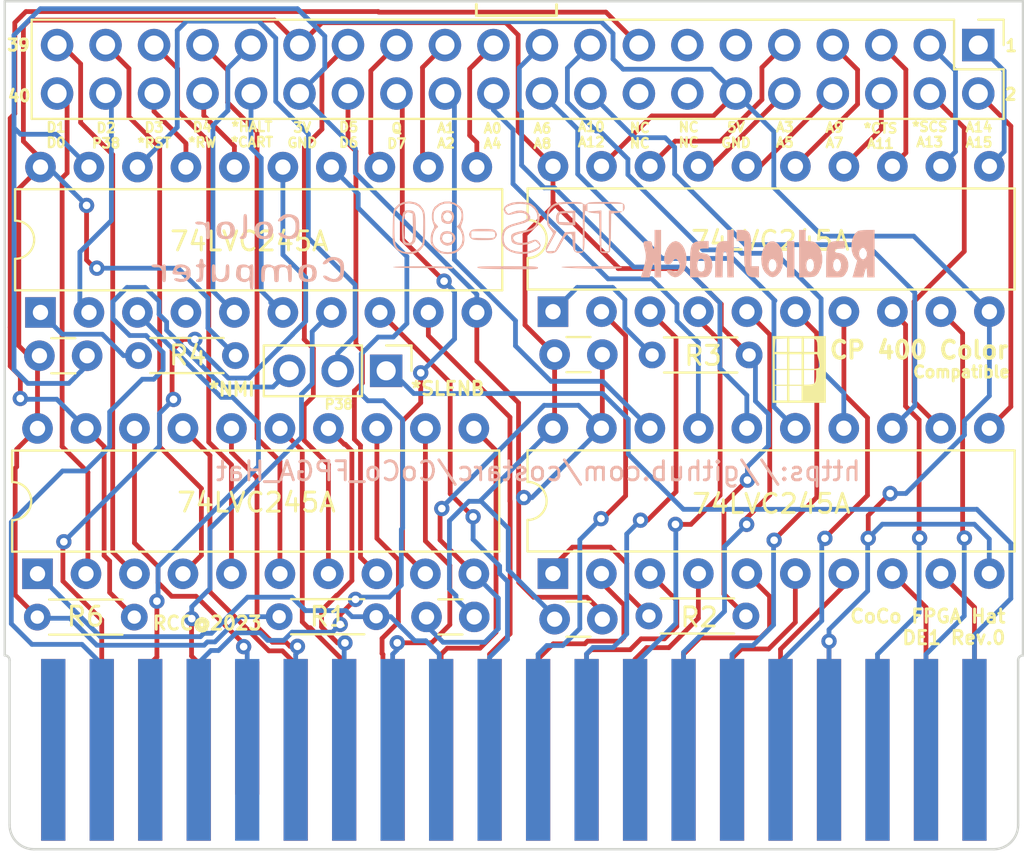
<source format=kicad_pcb>
(kicad_pcb (version 20211014) (generator pcbnew)
  (title_block (title "MSX DE1 Hat") (date "2023-01-09") (rev "1.1") (company "RCC"))
  (layers (0 "F.Cu" signal) (31 "B.Cu" signal) (34 "B.Paste" user) (35 "F.Paste" user) (36 "B.SilkS" user "B.Silkscreen") (37 "F.SilkS" user "F.Silkscreen") (38 "B.Mask" user) (39 "F.Mask" user) (44 "Edge.Cuts" user))
  (net 0 "")
  (net 1 "Vdd")
  (net 2 "*C_NMI_SLENB")
  (net 3 "*C_RW")
  (net 4 "*C_CTS")
  (net 5 "*C_RESET")
  (net 7 "*C_HALT")
  (net 8 "C_A9")
  (net 9 "C_A15")
  (net 10 "C_A11")
  (net 11 "C_A10")
  (net 12 "C_A6")
  (net 13 "C_A7")
  (net 14 "C_A8")
  (net 15 "C_A12")
  (net 16 "C_A13")
  (net 17 "C_D0")
  (net 18 "C_A14")
  (net 19 "C_D1")
  (net 20 "C_A0")
  (net 21 "C_D2")
  (net 22 "C_A1")
  (net 23 "C_D3")
  (net 24 "C_A2")
  (net 25 "C_D4")
  (net 26 "C_A3")
  (net 27 "C_D5")
  (net 28 "C_A4")
  (net 29 "C_D6")
  (net 30 "C_A5")
  (net 31 "C_D7")
  (net 32 "*SLENB")
  (net 33 "*NMI_SLENB")
  (net 34 "*SCS")
  (net 37 "*HALT")
  (net 38 "*NMI")
  (net 39 "*RESET")
  (net 40 "Q")
  (net 41 "*CART")
  (net 42 "+5V")
  (net 43 "D0")
  (net 44 "D1")
  (net 45 "D2")
  (net 46 "D3")
  (net 47 "D4")
  (net 48 "D5")
  (net 49 "D6")
  (net 50 "D7")
  (net 51 "A0")
  (net 52 "A1")
  (net 53 "A2")
  (net 54 "A3")
  (net 55 "A4")
  (net 56 "A5")
  (net 57 "A6")
  (net 58 "A7")
  (net 59 "A8")
  (net 60 "A9")
  (net 61 "A10")
  (net 62 "A11")
  (net 63 "A12")
  (net 64 "*CTS")
  (net 65 "A13")
  (net 66 "A14")
  (net 67 "A15")
  (net 68 "Net-(R2-Pad2)")
  (net 69 "GNDREF")
  (net 70 "Net-(R3-Pad2)")
  (net 71 "Net-(R4-Pad2)")
  (net 72 "{slash}C_BUSDIR")
  (net 73 "C_Q")
  (net 74 "*C_SCS")
  (net 76 "Net-(P1-Pad18)")
  (net 78 "*C_CART")
  (net 80 "*RW")
  (footprint "Resistor_THT:R_Axial_DIN0204_L3.6mm_D1.6mm_P5.08mm_Horizontal" (layer "F.Cu") (at 75.5 64.85)
    (fp_text reference "R1")
    (fp_text value "10K" hide)
  )
  (footprint "Capacitor_THT:C_Disc_D3.0mm_W1.6mm_P2.50mm" (layer "F.Cu") (at 92.43 51.11 180)
    (fp_text reference "C3" hide)
    (fp_text value "0.1uf")
  )
  (footprint "Capacitor_THT:C_Disc_D3.0mm_W1.6mm_P2.50mm" (layer "F.Cu") (at 92.43 64.98 180)
    (fp_text reference "C2" hide)
    (fp_text value "0.1uf" hide)
  )
  (footprint "Package_DIP:DIP-20_W7.62mm" (layer "F.Cu") (at 62.84 62.6 90)
    (fp_text reference "U1" hide)
    (fp_text value "74LVC245A")
  )
  (footprint "Package_DIP:DIP-20_W7.62mm" (layer "F.Cu") (at 89.845 48.86 90)
    (fp_text reference "U3" hide)
    (fp_text value "74LVC245A")
  )
  (footprint "Roni Footprints:COCO-CART-HAT" (layer "F.Cu") (at 61.125 77.036)
    (fp_text reference "P1" hide)
    (fp_text value "CoCo_Slot" hide)
    (fp_line (start 0.254 -9.906) (end 0.254 -1.27) (layer "Edge.Cuts") (width 0.127))
    (fp_line (start 0 -44.45) (end 0 -10.16) (layer "Edge.Cuts") (width 0.127))
    (fp_line (start 53.34 -44.45) (end 0 -44.45) (layer "Edge.Cuts") (width 0.127))
    (fp_line (start 1.524 0) (end 51.816 0) (layer "Edge.Cuts") (width 0.127))
    (fp_line (start 53.34 -10.16) (end 53.34 -44.45) (layer "Edge.Cuts") (width 0.127))
    (fp_line (start 53.086 -1.27) (end 53.086 -9.906) (layer "Edge.Cuts") (width 0.127))
    (fp_arc (start 1.524 0) (mid 0.625974 -0.371974) (end 0.254 -1.27) (layer "Edge.Cuts") (width 0.127))
    (fp_arc (start 53.086 -9.906) (mid 53.160395 -10.085605) (end 53.34 -10.16) (layer "Edge.Cuts") (width 0.127))
    (fp_arc (start 0 -10.16) (mid 0.179605 -10.085605) (end 0.254 -9.906) (layer "Edge.Cuts") (width 0.127))
    (fp_arc (start 53.086 -1.27) (mid 52.714026 -0.371974) (end 51.816 0) (layer "Edge.Cuts") (width 0.127))
  )
  (footprint "Resistor_THT:R_Axial_DIN0204_L3.6mm_D1.6mm_P5.08mm_Horizontal" (layer "F.Cu") (at 99.95 64.81 180)
    (fp_text reference "R2")
    (fp_text value "10K" hide)
  )
  (footprint "Capacitor_THT:C_Disc_D3.0mm_W1.6mm_P2.50mm" (layer "F.Cu") (at 83.22 64.86)
    (fp_text reference "C1" hide)
    (fp_text value "0.1uf" hide)
  )
  (footprint "LOGO" (layer "F.Cu") (at 102.74 51.85817)
    (fp_text reference "G***" hide)
    (fp_text value "LOGO" hide)
  )
  (footprint "Capacitor_THT:C_Disc_D3.0mm_W1.6mm_P2.50mm" (layer "F.Cu") (at 65.44 51.17 180)
    (fp_text reference "C4" hide)
    (fp_text value "0.1uf" hide)
  )
  (footprint "Resistor_THT:R_Axial_DIN0204_L3.6mm_D1.6mm_P5.08mm_Horizontal" (layer "F.Cu") (at 100.12 51.13 180)
    (fp_text reference "R3")
    (fp_text value "10K" hide)
  )
  (footprint "Package_DIP:DIP-20_W7.62mm" (layer "F.Cu") (at 62.995 48.9 90)
    (fp_text reference "U4" hide)
    (fp_text value "74LVC245A")
  )
  (footprint "Package_DIP:DIP-20_W7.62mm" (layer "F.Cu") (at 89.84 62.59 90)
    (fp_text reference "U2" hide)
    (fp_text value "74LVC245A")
  )
  (footprint "Resistor_THT:R_Axial_DIN0204_L3.6mm_D1.6mm_P5.08mm_Horizontal" (layer "F.Cu") (at 73.21 51.16 180)
    (fp_text reference "R4")
    (fp_text value "10K" hide)
  )
  (footprint "Connector_PinHeader_2.54mm:PinHeader_2x20_P2.54mm_Vertical" (layer "F.Cu") (at 112.125 34.885 -90)
    (fp_text reference "IDC1" hide)
    (fp_text value "DE1 GPIO" hide)
  )
  (footprint "Connector_PinHeader_2.54mm:PinHeader_1x03_P2.54mm_Vertical" (layer "F.Cu") (at 81.105 51.96 -90)
    (fp_text reference "J1" hide)
    (fp_text value "J1")
  )
  (footprint "Resistor_THT:R_Axial_DIN0204_L3.6mm_D1.6mm_P5.08mm_Horizontal" (layer "F.Cu") (at 62.83 64.87)
    (fp_text reference "R6")
    (fp_text value "10K" hide)
  )
  (footprint "LOGO" (layer "B.Cu") (at 87.399532 45.793534 180)
    (fp_text reference "G***" hide)
    (fp_text value "LOGO" hide)
  )
  (gr_line (start 90.03 33.34) (end 85.83 33.34) (layer "F.SilkS") (width 0.15))
  (gr_line (start 90.03 32.76) (end 90.03 33.32) (layer "F.SilkS") (width 0.15))
  (gr_line (start 85.83 33.34) (end 85.83 32.75) (layer "F.SilkS") (width 0.15))
  (gr_text "https://github.com/costarc/CoCo_FPGA_Hat" (at 89.08 57.22) (layer "B.SilkS") (effects (font (size 1 1)) (justify mirror)))
  (gr_text "D1\nD0" (at 63.81 39.6) (layer "F.SilkS") (effects (font (size 0.5 0.5) (thickness 0.125))))
  (gr_text "*SLENB" (at 84.33 52.89) (layer "F.SilkS") (effects (font (size 0.7 0.7))))
  (gr_text "*CTS\nA11" (at 107 39.65) (layer "F.SilkS") (effects (font (size 0.5 0.5) (thickness 0.125))))
  (gr_text "D2\nP38" (at 66.43 39.63) (layer "F.SilkS") (effects (font (size 0.5 0.5) (thickness 0.125))))
  (gr_text "*HALT\n*CART" (at 74.07 39.57) (layer "F.SilkS") (effects (font (size 0.5 0.5) (thickness 0.125))))
  (gr_text "*NMI" (at 73.01 52.93) (layer "F.SilkS") (effects (font (size 0.7 0.7))))
  (gr_text "Q\nD7" (at 81.66 39.65) (layer "F.SilkS") (effects (font (size 0.5 0.5) (thickness 0.125))))
  (gr_text "CoCo FPGA Hat\nDE1 Rev.0" (at 113.63 65.39) (layer "F.SilkS") (effects (font (size 0.7 0.7)) (justify right)))
  (gr_text "3V\nGND" (at 76.71 39.61) (layer "F.SilkS") (effects (font (size 0.5 0.5) (thickness 0.125))))
  (gr_text "RCC@2023" (at 71.73 65.19) (layer "F.SilkS") (effects (font (size 0.7 0.7))))
  (gr_text "NC\nNC" (at 96.95 39.59) (layer "F.SilkS") (effects (font (size 0.5 0.5) (thickness 0.125))))
  (gr_text "A10\nA12" (at 91.85 39.57) (layer "F.SilkS") (effects (font (size 0.5 0.5) (thickness 0.125))))
  (gr_text "5V\nGND" (at 99.43 39.61) (layer "F.SilkS") (effects (font (size 0.5 0.5) (thickness 0.125))))
  (gr_text "A6\nA8" (at 89.29 39.65) (layer "F.SilkS") (effects (font (size 0.5 0.5) (thickness 0.125))))
  (gr_text "D5\nD6" (at 79.14 39.59) (layer "F.SilkS") (effects (font (size 0.5 0.5) (thickness 0.125))))
  (gr_text "Compatible" (at 111.24 52.02) (layer "F.SilkS") (effects (font (size 0.6 0.6))))
  (gr_text "NC\nNC" (at 94.39 39.63) (layer "F.SilkS") (effects (font (size 0.5 0.5) (thickness 0.125))))
  (gr_text "39" (at 61.84 34.89) (layer "F.SilkS") (effects (font (size 0.6 0.6))))
  (gr_text "1" (at 113.85 34.92) (layer "F.SilkS") (effects (font (size 0.6 0.6))))
  (gr_text "A3\nA5" (at 101.99 39.59) (layer "F.SilkS") (effects (font (size 0.5 0.5) (thickness 0.125))))
  (gr_text "P38" (at 78.62 53.72) (layer "F.SilkS") (effects (font (size 0.5 0.5) (thickness 0.125))))
  (gr_text "*SCS\nA13" (at 109.58 39.57) (layer "F.SilkS") (effects (font (size 0.5 0.5) (thickness 0.125))))
  (gr_text "D3\n*RST" (at 68.95 39.61) (layer "F.SilkS") (effects (font (size 0.5 0.5) (thickness 0.125))))
  (gr_text "A9\nA7" (at 104.59 39.61) (layer "F.SilkS") (effects (font (size 0.5 0.5) (thickness 0.125))))
  (gr_text "A0\nA4" (at 86.68 39.65) (layer "F.SilkS") (effects (font (size 0.5 0.5) (thickness 0.125))))
  (gr_text "D4\n*RW" (at 71.47 39.59) (layer "F.SilkS") (effects (font (size 0.5 0.5) (thickness 0.125))))
  (gr_text "40" (at 61.88 37.55) (layer "F.SilkS") (effects (font (size 0.6 0.6))))
  (gr_text "CP 400 Color\n" (at 113.8 50.87) (layer "F.SilkS") (effects (font (size 0.9 0.9) (thickness 0.2)) (justify right)))
  (gr_text "2" (at 113.82 37.47) (layer "F.SilkS") (effects (font (size 0.6 0.6))))
  (gr_text "A14\nA15" (at 112.16 39.59) (layer "F.SilkS") (effects (font (size 0.5 0.5) (thickness 0.125))))
  (gr_text "A1\nA2" (at 84.24 39.63) (layer "F.SilkS") (effects (font (size 0.5 0.5) (thickness 0.125))))
  (segment (start 93.26 46.54) (end 89.845 43.125) (width 0.25) (layer "F.Cu") (net 1))
  (segment (start 62.995 41.28) (end 61.86 42.415) (width 0.25) (layer "F.Cu") (net 1))
  (segment (start 87.37 33.71) (end 88.02 34.36) (width 0.25) (layer "F.Cu") (net 1))
  (segment (start 89.93 54.88) (end 89.84 54.97) (width 0.25) (layer "F.Cu") (net 1))
  (segment (start 62.38 51.17) (end 62.94 51.17) (width 0.25) (layer "F.Cu") (net 1))
  (segment (start 89.845 43.355) (end 88.38 44.82) (width 0.25) (layer "F.Cu") (net 1))
  (segment (start 99.95 64.81) (end 98.8 63.66) (width 0.25) (layer "F.Cu") (net 1))
  (segment (start 98.778198 58.938198) (end 98.816396 58.9) (width 0.25) (layer "F.Cu") (net 1))
  (segment (start 98.8 63.66) (end 98.8 58.96) (width 0.25) (layer "F.Cu") (net 1))
  (segment (start 96.795991 46.6) (end 93.26 46.6) (width 0.25) (layer "F.Cu") (net 1))
  (segment (start 61.75 56.07) (end 61.75 56.99) (width 0.25) (layer "F.Cu") (net 1))
  (segment (start 62.84 54.98) (end 61.75 56.07) (width 0.25) (layer "F.Cu") (net 1))
  (segment (start 77.74 33.71) (end 87.37 33.71) (width 0.25) (layer "F.Cu") (net 1))
  (segment (start 98.66 49.67) (end 98.66 48.464009) (width 0.25) (layer "F.Cu") (net 1))
  (segment (start 89.845 41.24) (end 89.845 43.125) (width 0.25) (layer "F.Cu") (net 1))
  (segment (start 62.995 40.825) (end 62.995 41.28) (width 0.25) (layer "F.Cu") (net 1))
  (segment (start 62.1 39.93) (end 62.995 40.825) (width 0.25) (layer "F.Cu") (net 1))
  (segment (start 100.12 51.13) (end 98.66 49.67) (width 0.25) (layer "F.Cu") (net 1))
  (segment (start 62.84 54.98) (end 62.84 51.27) (width 0.25) (layer "F.Cu") (net 1))
  (segment (start 98.816396 58.9) (end 98.82 58.9) (width 0.25) (layer "F.Cu") (net 1))
  (segment (start 98.66 48.464009) (end 96.795991 46.6) (width 0.25) (layer "F.Cu") (net 1))
  (segment (start 98.8 58.96) (end 98.778198 58.938198) (width 0.25) (layer "F.Cu") (net 1))
  (segment (start 75.26 33.58) (end 62.42 33.58) (width 0.25) (layer "F.Cu") (net 1))
  (segment (start 93.26 46.6) (end 93.26 46.54) (width 0.25) (layer "F.Cu") (net 1))
  (segment (start 89.93 51.11) (end 89.93 54.88) (width 0.25) (layer "F.Cu") (net 1))
  (segment (start 76.565 34.885) (end 77.74 33.71) (width 0.25) (layer "F.Cu") (net 1))
  (segment (start 65.41 46.15) (end 65.41 43.29) (width 0.25) (layer "F.Cu") (net 1))
  (segment (start 61.75 56.99) (end 61.67 57.07) (width 0.25) (layer "F.Cu") (net 1))
  (segment (start 76.565 34.885) (end 75.26 33.58) (width 0.25) (layer "F.Cu") (net 1))
  (segment (start 61.86 50.65) (end 62.38 51.17) (width 0.25) (layer "F.Cu") (net 1))
  (segment (start 88.38 49.56) (end 89.93 51.11) (width 0.25) (layer "F.Cu") (net 1))
  (segment (start 88.38 44.82) (end 88.38 49.56) (width 0.25) (layer "F.Cu") (net 1))
  (segment (start 65.84 46.58) (end 65.41 46.15) (width 0.25) (layer "F.Cu") (net 1))
  (segment (start 65.95 46.58) (end 65.84 46.58) (width 0.25) (layer "F.Cu") (net 1))
  (segment (start 62.1 33.9) (end 62.1 39.93) (width 0.25) (layer "F.Cu") (net 1))
  (segment (start 61.67 63.71) (end 62.83 64.87) (width 0.25) (layer "F.Cu") (net 1))
  (segment (start 62.84 51.27) (end 62.94 51.17) (width 0.25) (layer "F.Cu") (net 1))
  (segment (start 61.67 57.07) (end 61.67 63.71) (width 0.25) (layer "F.Cu") (net 1))
  (segment (start 88.02 34.36) (end 88.02 39.415) (width 0.25) (layer "F.Cu") (net 1))
  (segment (start 62.42 33.58) (end 62.1 33.9) (width 0.25) (layer "F.Cu") (net 1))
  (segment (start 98.82 58.9) (end 100.03 57.69) (width 0.25) (layer "F.Cu") (net 1))
  (segment (start 89.845 43.125) (end 89.845 43.355) (width 0.25) (layer "F.Cu") (net 1))
  (segment (start 88.02 39.415) (end 89.845 41.24) (width 0.25) (layer "F.Cu") (net 1))
  (segment (start 61.86 42.415) (end 61.86 50.65) (width 0.25) (layer "F.Cu") (net 1))
  (via (at 65.41 43.29) (size 0.8) (drill 0.4) (layers "F.Cu" "B.Cu") (net 1))
  (via (at 65.95 46.58) (size 0.8) (drill 0.4) (layers "F.Cu" "B.Cu") (net 1))
  (via (at 100.03 57.69) (size 0.8) (drill 0.4) (layers "F.Cu" "B.Cu") (net 1))
  (segment (start 65.41 43.29) (end 63.4 41.28) (width 0.25) (layer "B.Cu") (net 1))
  (segment (start 62.89 64.93) (end 64.533604 64.93) (width 0.25) (layer "B.Cu") (net 1))
  (segment (start 89.84 54.97) (end 86.08 58.73) (width 0.25) (layer "B.Cu") (net 1))
  (segment (start 71.738909 66.17) (end 72.136396 66.17) (width 0.25) (layer "B.Cu") (net 1))
  (segment (start 65.948604 66.345) (end 71.563909 66.345) (width 0.25) (layer "B.Cu") (net 1))
  (segment (start 71.563909 66.345) (end 71.738909 66.17) (width 0.25) (layer "B.Cu") (net 1))
  (segment (start 100.03 56.99) (end 101.13 55.89) (width 0.25) (layer "B.Cu") (net 1))
  (segment (start 101.13 55.89) (end 101.13 54.23) (width 0.25) (layer "B.Cu") (net 1))
  (segment (start 64.533604 64.93) (end 65.948604 66.345) (width 0.25) (layer "B.Cu") (net 1))
  (segment (start 86.08 58.73) (end 86.08 58.8) (width 0.25) (layer "B.Cu") (net 1))
  (segment (start 70.2 46.58) (end 65.95 46.58) (width 0.25) (layer "B.Cu") (net 1))
  (segment (start 84.76 63.9) (end 85.72 64.86) (width 0.25) (layer "B.Cu") (net 1))
  (segment (start 100.45 53.55) (end 100.45 51.46) (width 0.25) (layer "B.Cu") (net 1))
  (segment (start 71.77 49.72) (end 71.77 48.151396) (width 0.25) (layer "B.Cu") (net 1))
  (segment (start 70.34 46.72) (end 70.2 46.58) (width 0.25) (layer "B.Cu") (net 1))
  (segment (start 73.456396 64.85) (end 75.5 64.85) (width 0.25) (layer "B.Cu") (net 1))
  (segment (start 62.83 64.87) (end 62.89 64.93) (width 0.25) (layer "B.Cu") (net 1))
  (segment (start 86.08 58.8) (end 85.44 58.8) (width 0.25) (layer "B.Cu") (net 1))
  (segment (start 63.4 41.28) (end 62.995 41.28) (width 0.25) (layer "B.Cu") (net 1))
  (segment (start 72.136396 66.17) (end 73.456396 64.85) (width 0.25) (layer "B.Cu") (net 1))
  (segment (start 70.85 47.231396) (end 70.85 47.23) (width 0.25) (layer "B.Cu") (net 1))
  (segment (start 87.5 60.22) (end 86.08 58.8) (width 0.25) (layer "B.Cu") (net 1))
  (segment (start 100.45 51.46) (end 100.12 51.13) (width 0.25) (layer "B.Cu") (net 1))
  (segment (start 71.77 48.151396) (end 70.85 47.231396) (width 0.25) (layer "B.Cu") (net 1))
  (segment (start 70.85 47.23) (end 70.34 46.72) (width 0.25) (layer "B.Cu") (net 1))
  (segment (start 85.44 58.8) (end 84.42 59.82) (width 0.25) (layer "B.Cu") (net 1))
  (segment (start 73.21 51.16) (end 71.77 49.72) (width 0.25) (layer "B.Cu") (net 1))
  (segment (start 84.76 63.74) (end 84.76 63.9) (width 0.25) (layer "B.Cu") (net 1))
  (segment (start 84.42 59.82) (end 84.42 63.4) (width 0.25) (layer "B.Cu") (net 1))
  (segment (start 89.93 64.83) (end 87.5 62.4) (width 0.25) (layer "B.Cu") (net 1))
  (segment (start 100.03 57.69) (end 100.03 56.99) (width 0.25) (layer "B.Cu") (net 1))
  (segment (start 87.5 62.4) (end 87.5 60.22) (width 0.25) (layer "B.Cu") (net 1))
  (segment (start 101.13 54.23) (end 100.45 53.55) (width 0.25) (layer "B.Cu") (net 1))
  (segment (start 84.42 63.4) (end 84.76 63.74) (width 0.25) (layer "B.Cu") (net 1))
  (segment (start 65.06 48.425) (end 65.535 48.9) (width 0.25) (layer "B.Cu") (net 2))
  (segment (start 66.71 37.73) (end 66.71 44.08) (width 0.25) (layer "B.Cu") (net 2))
  (segment (start 66.71 44.08) (end 65.06 45.73) (width 0.25) (layer "B.Cu") (net 2))
  (segment (start 66.405 37.425) (end 66.71 37.73) (width 0.25) (layer "B.Cu") (net 2))
  (segment (start 65.06 45.73) (end 65.06 48.425) (width 0.25) (layer "B.Cu") (net 2))
  (segment (start 73.155 41.28) (end 73.155 40.185) (width 0.25) (layer "F.Cu") (net 3))
  (segment (start 71.55 38.58) (end 71.55 37.49) (width 0.25) (layer "F.Cu") (net 3))
  (segment (start 73.155 40.185) (end 71.55 38.58) (width 0.25) (layer "F.Cu") (net 3))
  (segment (start 71.55 37.49) (end 71.485 37.425) (width 0.25) (layer "F.Cu") (net 3))
  (segment (start 108.33 36.17) (end 108.33 40.535) (width 0.25) (layer "F.Cu") (net 4))
  (segment (start 108.33 40.535) (end 107.625 41.24) (width 0.25) (layer "F.Cu") (net 4))
  (segment (start 107.045 34.885) (end 108.33 36.17) (width 0.25) (layer "F.Cu") (net 4))
  (segment (start 68.945 38.365) (end 70.61 40.03) (width 0.25) (layer "F.Cu") (net 5))
  (segment (start 70.61 40.12) (end 70.615 40.125) (width 0.25) (layer "F.Cu") (net 5))
  (segment (start 68.945 37.425) (end 68.945 38.365) (width 0.25) (layer "F.Cu") (net 5))
  (segment (start 70.615 40.125) (end 70.615 41.28) (width 0.25) (layer "F.Cu") (net 5))
  (segment (start 70.61 40.03) (end 70.61 40.12) (width 0.25) (layer "F.Cu") (net 5))
  (segment (start 72.03 47.775) (end 72.03 39.1) (width 0.25) (layer "B.Cu") (net 7))
  (segment (start 72.03 39.1) (end 72.82 38.31) (width 0.25) (layer "B.Cu") (net 7))
  (segment (start 72.809999 38.320001) (end 72.809999 36.100001) (width 0.25) (layer "B.Cu") (net 7))
  (segment (start 72.84 36.07) (end 74.025 34.885) (width 0.25) (layer "B.Cu") (net 7))
  (segment (start 73.155 48.9) (end 72.03 47.775) (width 0.25) (layer "B.Cu") (net 7))
  (segment (start 72.809999 36.100001) (end 74.025 34.885) (width 0.25) (layer "B.Cu") (net 7))
  (segment (start 104.505 34.885) (end 105.8 36.18) (width 0.25) (layer "F.Cu") (net 8))
  (segment (start 105.8 36.18) (end 105.8 37.985) (width 0.25) (layer "F.Cu") (net 8))
  (segment (start 105.8 37.985) (end 102.545 41.24) (width 0.25) (layer "F.Cu") (net 8))
  (segment (start 112.7 54.97) (end 113.83 53.84) (width 0.25) (layer "F.Cu") (net 9))
  (segment (start 113.83 39.13) (end 112.125 37.425) (width 0.25) (layer "F.Cu") (net 9))
  (segment (start 113.83 53.84) (end 113.83 39.13) (width 0.25) (layer "F.Cu") (net 9))
  (segment (start 107.045 37.425) (end 107.045 39.28) (width 0.25) (layer "F.Cu") (net 10))
  (segment (start 107.045 39.28) (end 105.085 41.24) (width 0.25) (layer "F.Cu") (net 10))
  (segment (start 90.6 37.881701) (end 90.6 36.09) (width 0.25) (layer "B.Cu") (net 11))
  (segment (start 92.3 39.39) (end 92.108299 39.39) (width 0.25) (layer "B.Cu") (net 11))
  (segment (start 92.108299 39.39) (end 90.6 37.881701) (width 0.25) (layer "B.Cu") (net 11))
  (segment (start 90.6 36.09) (end 91.805 34.885) (width 0.25) (layer "B.Cu") (net 11))
  (segment (start 97.71 45.62) (end 93.77 41.68) (width 0.25) (layer "B.Cu") (net 11))
  (segment (start 99.733604 45.8) (end 99.553604 45.62) (width 0.25) (layer "B.Cu") (net 11))
  (segment (start 103.89 51.93) (end 103.89 48.18) (width 0.25) (layer "B.Cu") (net 11))
  (segment (start 105.08 53.12) (end 103.89 51.93) (width 0.25) (layer "B.Cu") (net 11))
  (segment (start 103.89 48.18) (end 101.51 45.8) (width 0.25) (layer "B.Cu") (net 11))
  (segment (start 101.51 45.8) (end 99.733604 45.8) (width 0.25) (layer "B.Cu") (net 11))
  (segment (start 93.77 40.86) (end 92.3 39.39) (width 0.25) (layer "B.Cu") (net 11))
  (segment (start 99.553604 45.62) (end 97.71 45.62) (width 0.25) (layer "B.Cu") (net 11))
  (segment (start 93.77 41.68) (end 93.77 40.86) (width 0.25) (layer "B.Cu") (net 11))
  (segment (start 105.08 54.97) (end 105.08 53.12) (width 0.25) (layer "B.Cu") (net 11))
  (segment (start 89.265 34.885) (end 88.08 36.07) (width 0.25) (layer "B.Cu") (net 12))
  (segment (start 98.59 48.394009) (end 98.59 51.83) (width 0.25) (layer "B.Cu") (net 12))
  (segment (start 89.925 42.365) (end 94.08 46.52) (width 0.25) (layer "B.Cu") (net 12))
  (segment (start 100 53.24) (end 100 54.97) (width 0.25) (layer "B.Cu") (net 12))
  (segment (start 96.715991 46.52) (end 98.59 48.394009) (width 0.25) (layer "B.Cu") (net 12))
  (segment (start 98.59 51.83) (end 100 53.24) (width 0.25) (layer "B.Cu") (net 12))
  (segment (start 94.08 46.52) (end 96.715991 46.52) (width 0.25) (layer "B.Cu") (net 12))
  (segment (start 88.2 38.38) (end 88.2 41.185991) (width 0.25) (layer "B.Cu") (net 12))
  (segment (start 89.379009 42.365) (end 89.925 42.365) (width 0.25) (layer "B.Cu") (net 12))
  (segment (start 88.2 41.185991) (end 89.379009 42.365) (width 0.25) (layer "B.Cu") (net 12))
  (segment (start 88.08 36.07) (end 88.08 38.26) (width 0.25) (layer "B.Cu") (net 12))
  (segment (start 88.08 38.26) (end 88.2 38.38) (width 0.25) (layer "B.Cu") (net 12))
  (segment (start 104.505 37.425) (end 100.69 41.24) (width 0.25) (layer "F.Cu") (net 13))
  (segment (start 100.69 41.24) (end 100.005 41.24) (width 0.25) (layer "F.Cu") (net 13))
  (segment (start 101.47 48.28) (end 99.26 46.07) (width 0.25) (layer "B.Cu") (net 14))
  (segment (start 95.56 46.07) (end 91.14 41.65) (width 0.25) (layer "B.Cu") (net 14))
  (segment (start 101.42 53.85) (end 101.42 48.33) (width 0.25) (layer "B.Cu") (net 14))
  (segment (start 99.26 46.07) (end 95.56 46.07) (width 0.25) (layer "B.Cu") (net 14))
  (segment (start 91.14 39.3) (end 89.265 37.425) (width 0.25) (layer "B.Cu") (net 14))
  (segment (start 91.14 41.65) (end 91.14 39.3) (width 0.25) (layer "B.Cu") (net 14))
  (segment (start 102.54 54.97) (end 101.42 53.85) (width 0.25) (layer "B.Cu") (net 14))
  (segment (start 101.42 48.33) (end 101.47 48.28) (width 0.25) (layer "B.Cu") (net 14))
  (segment (start 108.8 47.86) (end 108.8 53.79) (width 0.25) (layer "B.Cu") (net 15))
  (segment (start 96.218199 41.648199) (end 99.92 45.35) (width 0.25) (layer "B.Cu") (net 15))
  (segment (start 95.72 39.74) (end 96.218199 40.238199) (width 0.25) (layer "B.Cu") (net 15))
  (segment (start 96.218199 40.238199) (end 96.218199 41.648199) (width 0.25) (layer "B.Cu") (net 15))
  (segment (start 108.8 53.79) (end 107.62 54.97) (width 0.25) (layer "B.Cu") (net 15))
  (segment (start 94.12 39.74) (end 95.72 39.74) (width 0.25) (layer "B.Cu") (net 15))
  (segment (start 99.92 45.35) (end 106.29 45.35) (width 0.25) (layer "B.Cu") (net 15))
  (segment (start 91.805 37.425) (end 94.12 39.74) (width 0.25) (layer "B.Cu") (net 15))
  (segment (start 106.29 45.35) (end 108.8 47.86) (width 0.25) (layer "B.Cu") (net 15))
  (segment (start 108.765 53.575) (end 108.765 48.325) (width 0.25) (layer "F.Cu") (net 16))
  (segment (start 108.765 48.325) (end 111.39 45.7) (width 0.25) (layer "F.Cu") (net 16))
  (segment (start 111.39 45.7) (end 111.39 39.23) (width 0.25) (layer "F.Cu") (net 16))
  (segment (start 110.16 54.97) (end 108.765 53.575) (width 0.25) (layer "F.Cu") (net 16))
  (segment (start 111.39 39.23) (end 109.585 37.425) (width 0.25) (layer "F.Cu") (net 16))
  (segment (start 63.865 37.425) (end 64.39 37.95) (width 0.25) (layer "F.Cu") (net 17))
  (segment (start 65.48 57.28) (end 65.48 62.5) (width 0.25) (layer "F.Cu") (net 17))
  (segment (start 64.13 55.93) (end 65.48 57.28) (width 0.25) (layer "F.Cu") (net 17))
  (segment (start 65.48 62.5) (end 65.38 62.6) (width 0.25) (layer "F.Cu") (net 17))
  (segment (start 64.39 41.59) (end 64.13 41.85) (width 0.25) (layer "F.Cu") (net 17))
  (segment (start 64.13 41.85) (end 64.13 55.93) (width 0.25) (layer "F.Cu") (net 17))
  (segment (start 64.39 37.95) (end 64.39 41.59) (width 0.25) (layer "F.Cu") (net 17))
  (segment (start 112.125 34.885) (end 113.48 36.24) (width 0.25) (layer "B.Cu") (net 18))
  (segment (start 113.48 40.465) (end 112.705 41.24) (width 0.25) (layer "B.Cu") (net 18))
  (segment (start 113.48 36.24) (end 113.48 40.465) (width 0.25) (layer "B.Cu") (net 18))
  (segment (start 66.78 40.63) (end 66.78 61.46) (width 0.25) (layer "F.Cu") (net 19))
  (segment (start 65.1 38.95) (end 66.78 40.63) (width 0.25) (layer "F.Cu") (net 19))
  (segment (start 65.1 35.87) (end 65.1 38.95) (width 0.25) (layer "F.Cu") (net 19))
  (segment (start 63.865 34.885) (end 64.115 34.885) (width 0.25) (layer "F.Cu") (net 19))
  (segment (start 64.115 34.885) (end 65.1 35.87) (width 0.25) (layer "F.Cu") (net 19))
  (segment (start 66.78 61.46) (end 67.92 62.6) (width 0.25) (layer "F.Cu") (net 19))
  (segment (start 85.48 39.62) (end 85.855 39.995) (width 0.25) (layer "F.Cu") (net 20))
  (segment (start 86.725 34.885) (end 85.48 36.13) (width 0.25) (layer "F.Cu") (net 20))
  (segment (start 85.855 39.995) (end 85.855 41.28) (width 0.25) (layer "F.Cu") (net 20))
  (segment (start 85.48 36.13) (end 85.48 39.62) (width 0.25) (layer "F.Cu") (net 20))
  (segment (start 71.425 61.635) (end 71.425 58.125) (width 0.25) (layer "F.Cu") (net 21))
  (segment (start 69.24 40.26) (end 67.63 38.65) (width 0.25) (layer "F.Cu") (net 21))
  (segment (start 70.46 62.6) (end 71.425 61.635) (width 0.25) (layer "F.Cu") (net 21))
  (segment (start 67.63 38.65) (end 67.63 36.11) (width 0.25) (layer "F.Cu") (net 21))
  (segment (start 69.24 55.94) (end 69.24 40.26) (width 0.25) (layer "F.Cu") (net 21))
  (segment (start 67.63 36.11) (end 66.405 34.885) (width 0.25) (layer "F.Cu") (net 21))
  (segment (start 71.425 58.125) (end 69.24 55.94) (width 0.25) (layer "F.Cu") (net 21))
  (segment (start 83.01 36.06) (end 83.01 40.975) (width 0.25) (layer "F.Cu") (net 22))
  (segment (start 84.185 34.885) (end 83.01 36.06) (width 0.25) (layer "F.Cu") (net 22))
  (segment (start 83.01 40.975) (end 83.315 41.28) (width 0.25) (layer "F.Cu") (net 22))
  (segment (start 71.81 39.935) (end 71.615 39.74) (width 0.25) (layer "F.Cu") (net 23))
  (segment (start 70.18 36.12) (end 68.945 34.885) (width 0.25) (layer "F.Cu") (net 23))
  (segment (start 71.6 39.74) (end 70.18 38.32) (width 0.25) (layer "F.Cu") (net 23))
  (segment (start 73 56.883604) (end 71.81 55.693604) (width 0.25) (layer "F.Cu") (net 23))
  (segment (start 70.18 38.32) (end 70.18 36.12) (width 0.25) (layer "F.Cu") (net 23))
  (segment (start 71.615 39.74) (end 71.6 39.74) (width 0.25) (layer "F.Cu") (net 23))
  (segment (start 73 62.6) (end 73 56.883604) (width 0.25) (layer "F.Cu") (net 23))
  (segment (start 71.81 55.693604) (end 71.81 39.935) (width 0.25) (layer "F.Cu") (net 23))
  (segment (start 84.185 37.425) (end 84.68 37.92) (width 0.25) (layer "B.Cu") (net 24))
  (segment (start 87.88 49.334009) (end 87.88 50.650991) (width 0.25) (layer "B.Cu") (net 24))
  (segment (start 89.739009 52.51) (end 92.46 52.51) (width 0.25) (layer "B.Cu") (net 24))
  (segment (start 87.88 50.650991) (end 89.739009 52.51) (width 0.25) (layer "B.Cu") (net 24))
  (segment (start 84.68 46.134009) (end 87.88 49.334009) (width 0.25) (layer "B.Cu") (net 24))
  (segment (start 92.46 52.51) (end 94.92 54.97) (width 0.25) (layer "B.Cu") (net 24))
  (segment (start 84.68 37.92) (end 84.68 46.134009) (width 0.25) (layer "B.Cu") (net 24))
  (segment (start 75.54 62.6) (end 75.54 56.7) (width 0.25) (layer "F.Cu") (net 25))
  (segment (start 72.8 36.2) (end 71.485 34.885) (width 0.25) (layer "F.Cu") (net 25))
  (segment (start 74.34 39.44) (end 72.8 37.9) (width 0.25) (layer "F.Cu") (net 25))
  (segment (start 74.34 55.5) (end 74.34 39.44) (width 0.25) (layer "F.Cu") (net 25))
  (segment (start 72.8 37.9) (end 72.8 36.2) (width 0.25) (layer "F.Cu") (net 25))
  (segment (start 75.54 56.7) (end 74.34 55.5) (width 0.25) (layer "F.Cu") (net 25))
  (segment (start 98.62 39.92) (end 96.245 39.92) (width 0.25) (layer "F.Cu") (net 26))
  (segment (start 101.965 34.885) (end 100.79 36.06) (width 0.25) (layer "F.Cu") (net 26))
  (segment (start 100.79 37.75) (end 98.62 39.92) (width 0.25) (layer "F.Cu") (net 26))
  (segment (start 100.79 36.06) (end 100.79 37.75) (width 0.25) (layer "F.Cu") (net 26))
  (segment (start 96.245 39.92) (end 94.925 41.24) (width 0.25) (layer "F.Cu") (net 26))
  (segment (start 77.29 50.79) (end 76.81 50.31) (width 0.25) (layer "F.Cu") (net 27))
  (segment (start 76.81 53.78) (end 77.29 53.3) (width 0.25) (layer "F.Cu") (net 27))
  (segment (start 78.08 62.6) (end 78.08 56.87) (width 0.25) (layer "F.Cu") (net 27))
  (segment (start 77.74 36.25) (end 79.105 34.885) (width 0.25) (layer "F.Cu") (net 27))
  (segment (start 77.29 53.3) (end 77.29 50.79) (width 0.25) (layer "F.Cu") (net 27))
  (segment (start 76.81 50.31) (end 76.82 50.3) (width 0.25) (layer "F.Cu") (net 27))
  (segment (start 77.74 39.3) (end 77.74 36.25) (width 0.25) (layer "F.Cu") (net 27))
  (segment (start 76.82 40.22) (end 77.74 39.3) (width 0.25) (layer "F.Cu") (net 27))
  (segment (start 76.82 50.3) (end 76.82 40.22) (width 0.25) (layer "F.Cu") (net 27))
  (segment (start 76.81 55.6) (end 76.81 53.78) (width 0.25) (layer "F.Cu") (net 27))
  (segment (start 78.08 56.87) (end 76.81 55.6) (width 0.25) (layer "F.Cu") (net 27))
  (segment (start 92.73 47.14) (end 87.75 42.16) (width 0.25) (layer "B.Cu") (net 28))
  (segment (start 96.34 48.46) (end 95.02 47.14) (width 0.25) (layer "B.Cu") (net 28))
  (segment (start 96.34 49.35) (end 96.34 48.46) (width 0.25) (layer "B.Cu") (net 28))
  (segment (start 95.02 47.14) (end 92.73 47.14) (width 0.25) (layer "B.Cu") (net 28))
  (segment (start 97.46 54.97) (end 97.46 50.47) (width 0.25) (layer "B.Cu") (net 28))
  (segment (start 86.725 38.285) (end 86.725 37.425) (width 0.25) (layer "B.Cu") (net 28))
  (segment (start 87.75 42.16) (end 87.75 39.31) (width 0.25) (layer "B.Cu") (net 28))
  (segment (start 87.75 39.31) (end 86.725 38.285) (width 0.25) (layer "B.Cu") (net 28))
  (segment (start 97.46 50.47) (end 96.34 49.35) (width 0.25) (layer "B.Cu") (net 28))
  (segment (start 79.52 50.56) (end 79.52 40.45) (width 0.25) (layer "F.Cu") (net 29))
  (segment (start 79.105 40.035) (end 79.52 40.45) (width 0.25) (layer "F.Cu") (net 29))
  (segment (start 79.86 52.6) (end 79.86 50.9) (width 0.25) (layer "F.Cu") (net 29))
  (segment (start 79.105 37.425) (end 79.105 40.035) (width 0.25) (layer "F.Cu") (net 29))
  (segment (start 79.76 55.87) (end 79.76 61.74) (width 0.25) (layer "F.Cu") (net 29))
  (segment (start 79.86 50.9) (end 79.52 50.56) (width 0.25) (layer "F.Cu") (net 29))
  (segment (start 79.76 61.74) (end 80.62 62.6) (width 0.25) (layer "F.Cu") (net 29))
  (segment (start 79.44 53.02) (end 79.86 52.6) (width 0.25) (layer "F.Cu") (net 29))
  (segment (start 79.44 55.55) (end 79.76 55.87) (width 0.25) (layer "F.Cu") (net 29))
  (segment (start 79.44 53) (end 79.44 55.55) (width 0.25) (layer "F.Cu") (net 29))
  (segment (start 98.15 41.24) (end 97.465 41.24) (width 0.25) (layer "F.Cu") (net 30))
  (segment (start 101.965 37.425) (end 98.15 41.24) (width 0.25) (layer "F.Cu") (net 30))
  (segment (start 82.915201 53.633808) (end 81.96 54.589009) (width 0.25) (layer "F.Cu") (net 31))
  (segment (start 81.95 45.070589) (end 81.95 37.73) (width 0.25) (layer "F.Cu") (net 31))
  (segment (start 81.96 61.4) (end 83.16 62.6) (width 0.25) (layer "F.Cu") (net 31))
  (segment (start 82.915201 52.064799) (end 82.915201 53.633808) (width 0.25) (layer "F.Cu") (net 31))
  (segment (start 81.96 54.589009) (end 81.96 61.4) (width 0.25) (layer "F.Cu") (net 31))
  (segment (start 81.95 37.73) (end 81.645 37.425) (width 0.25) (layer "F.Cu") (net 31))
  (segment (start 84.139705 47.260294) (end 81.95 45.070589) (width 0.25) (layer "F.Cu") (net 31))
  (via (at 84.139705 47.260294) (size 0.8) (drill 0.4) (layers "F.Cu" "B.Cu") (net 31))
  (via (at 82.915201 52.064799) (size 0.8) (drill 0.4) (layers "F.Cu" "B.Cu") (net 31))
  (segment (start 84.69 50.29) (end 84.69 47.810589) (width 0.25) (layer "B.Cu") (net 31))
  (segment (start 84.69 47.810589) (end 84.139705 47.260294) (width 0.25) (layer "B.Cu") (net 31))
  (segment (start 82.915201 52.064799) (end 84.69 50.29) (width 0.25) (layer "B.Cu") (net 31))
  (segment (start 82.55 53.15) (end 81.36 51.96) (width 0.25) (layer "B.Cu") (net 32))
  (segment (start 113.83 63.9) (end 113.83 61) (width 0.25) (layer "B.Cu") (net 32))
  (segment (start 112.05 59.22) (end 96.68 59.22) (width 0.25) (layer "B.Cu") (net 32))
  (segment (start 111.925 71.829) (end 111.925 65.805) (width 0.25) (layer "B.Cu") (net 32))
  (segment (start 93.79 54.5) (end 92.44 53.15) (width 0.25) (layer "B.Cu") (net 32))
  (segment (start 111.925 65.805) (end 113.83 63.9) (width 0.25) (layer "B.Cu") (net 32))
  (segment (start 81.36 51.96) (end 81.105 51.96) (width 0.25) (layer "B.Cu") (net 32))
  (segment (start 92.44 53.15) (end 82.55 53.15) (width 0.25) (layer "B.Cu") (net 32))
  (segment (start 96.68 59.22) (end 93.79 56.33) (width 0.25) (layer "B.Cu") (net 32))
  (segment (start 113.83 61) (end 112.05 59.22) (width 0.25) (layer "B.Cu") (net 32))
  (segment (start 93.79 56.33) (end 93.79 54.5) (width 0.25) (layer "B.Cu") (net 32))
  (segment (start 74.431701 33.63) (end 70.65 33.63) (width 0.25) (layer "B.Cu") (net 33))
  (segment (start 77.028199 44.998199) (end 77.028199 39.5499) (width 0.25) (layer "B.Cu") (net 33))
  (segment (start 70.65 33.63) (end 70.16 34.12) (width 0.25) (layer "B.Cu") (net 33))
  (segment (start 78.565 51.96) (end 78.565 51.045) (width 0.25) (layer "B.Cu") (net 33))
  (segment (start 75.32 34.518299) (end 74.431701 33.63) (width 0.25) (layer "B.Cu") (net 33))
  (segment (start 77.028199 39.5499) (end 75.32 37.841701) (width 0.25) (layer "B.Cu") (net 33))
  (segment (start 79.48 50.13) (end 79.48 47.45) (width 0.25) (layer "B.Cu") (net 33))
  (segment (start 78.565 51.045) (end 79.48 50.13) (width 0.25) (layer "B.Cu") (net 33))
  (segment (start 75.32 37.841701) (end 75.32 34.518299) (width 0.25) (layer "B.Cu") (net 33))
  (segment (start 70.16 34.12) (end 70.16 39.195) (width 0.25) (layer "B.Cu") (net 33))
  (segment (start 79.48 47.45) (end 77.028199 44.998199) (width 0.25) (layer "B.Cu") (net 33))
  (segment (start 70.16 39.195) (end 68.075 41.28) (width 0.25) (layer "B.Cu") (net 33))
  (segment (start 108.46 53.97) (end 108.46 53.96) (width 0.25) (layer "F.Cu") (net 34))
  (segment (start 108.315 53.815) (end 108.315 49.55) (width 0.25) (layer "F.Cu") (net 34))
  (segment (start 109.025699 54.535699) (end 108.46 53.97) (width 0.25) (layer "F.Cu") (net 34))
  (segment (start 108.315 49.55) (end 107.625 48.86) (width 0.25) (layer "F.Cu") (net 34))
  (segment (start 108.46 53.96) (end 108.315 53.815) (width 0.25) (layer "F.Cu") (net 34))
  (segment (start 109.025699 60.700199) (end 109.025699 54.535699) (width 0.25) (layer "F.Cu") (net 34))
  (segment (start 109.05 60.7245) (end 109.025699 60.700199) (width 0.25) (layer "F.Cu") (net 34))
  (via (at 109.05 60.7245) (size 0.8) (drill 0.4) (layers "F.Cu" "B.Cu") (net 34))
  (segment (start 109.025699 64.635801) (end 106.845 66.8165) (width 0.25) (layer "B.Cu") (net 34))
  (segment (start 109.025699 60.748801) (end 109.025699 64.635801) (width 0.25) (layer "B.Cu") (net 34))
  (segment (start 109.05 60.7245) (end 109.025699 60.748801) (width 0.25) (layer "B.Cu") (net 34))
  (segment (start 106.845 66.8165) (end 106.845 71.829) (width 0.25) (layer "B.Cu") (net 34))
  (segment (start 71.0855 50.31) (end 70.46 50.31) (width 0.25) (layer "F.Cu") (net 37))
  (segment (start 66.205 65.015991) (end 64.17 62.980991) (width 0.25) (layer "F.Cu") (net 37))
  (segment (start 66.205 71.829) (end 66.205 65.015991) (width 0.25) (layer "F.Cu") (net 37))
  (segment (start 64.17 60.97) (end 64.22 60.92) (width 0.25) (layer "F.Cu") (net 37))
  (segment (start 64.17 62.980991) (end 64.17 60.97) (width 0.25) (layer "F.Cu") (net 37))
  (segment (start 69.89 53.3855) (end 69.9645 53.46) (width 0.25) (layer "F.Cu") (net 37))
  (segment (start 70.46 50.31) (end 69.89 50.88) (width 0.25) (layer "F.Cu") (net 37))
  (segment (start 69.89 50.88) (end 69.89 53.3855) (width 0.25) (layer "F.Cu") (net 37))
  (via (at 71.0855 50.31) (size 0.8) (drill 0.4) (layers "F.Cu" "B.Cu") (net 37))
  (via (at 64.22 60.92) (size 0.8) (drill 0.4) (layers "F.Cu" "B.Cu") (net 37))
  (via (at 69.9645 53.46) (size 0.8) (drill 0.4) (layers "F.Cu" "B.Cu") (net 37))
  (segment (start 75.695 45.875) (end 75.695 41.28) (width 0.25) (layer "B.Cu") (net 37))
  (segment (start 76.89 47.07) (end 75.695 45.875) (width 0.25) (layer "B.Cu") (net 37))
  (segment (start 76.2 50.05) (end 76.89 49.36) (width 0.25) (layer "B.Cu") (net 37))
  (segment (start 71.0855 50.31) (end 71.0855 50.5855) (width 0.25) (layer "B.Cu") (net 37))
  (segment (start 69.9645 53.46) (end 69.23 54.1945) (width 0.25) (layer "B.Cu") (net 37))
  (segment (start 73.92 52.34) (end 76.2 50.06) (width 0.25) (layer "B.Cu") (net 37))
  (segment (start 72.84 52.34) (end 73.92 52.34) (width 0.25) (layer "B.Cu") (net 37))
  (segment (start 71.0855 50.5855) (end 72.84 52.34) (width 0.25) (layer "B.Cu") (net 37))
  (segment (start 76.89 49.36) (end 76.89 47.07) (width 0.25) (layer "B.Cu") (net 37))
  (segment (start 69.23 55.91) (end 64.22 60.92) (width 0.25) (layer "B.Cu") (net 37))
  (segment (start 69.23 54.1945) (end 69.23 55.91) (width 0.25) (layer "B.Cu") (net 37))
  (segment (start 76.2 50.06) (end 76.2 50.05) (width 0.25) (layer "B.Cu") (net 37))
  (segment (start 67.67 50.11) (end 68.529569 50.11) (width 0.25) (layer "B.Cu") (net 38))
  (segment (start 75.175 52.81) (end 72.560195 52.81) (width 0.25) (layer "B.Cu") (net 38))
  (segment (start 62.55 66.3) (end 61.467821 65.217821) (width 0.25) (layer "B.Cu") (net 38))
  (segment (start 67.53 47.59) (end 66.79 48.33) (width 0.25) (layer "B.Cu") (net 38))
  (segment (start 66.79 48.33) (end 66.79 49.23) (width 0.25) (layer "B.Cu") (net 38))
  (segment (start 66.620699 55.929301) (end 66.620699 54.109301) (width 0.25) (layer "B.Cu") (net 38))
  (segment (start 72.560195 52.81) (end 70.3605 50.610305) (width 0.25) (layer "B.Cu") (net 38))
  (segment (start 66.205 67.334222) (end 65.170778 66.3) (width 0.25) (layer "B.Cu") (net 38))
  (segment (start 69.42 51.91) (end 68.93 52.4) (width 0.25) (layer "B.Cu") (net 38))
  (segment (start 66.620699 54.109301) (end 68.33 52.4) (width 0.25) (layer "B.Cu") (net 38))
  (segment (start 61.467821 65.217821) (end 61.467821 59.892179) (width 0.25) (layer "B.Cu") (net 38))
  (segment (start 68.48 47.59) (end 67.53 47.59) (width 0.25) (layer "B.Cu") (net 38))
  (segment (start 61.467821 59.892179) (end 64.15 57.21) (width 0.25) (layer "B.Cu") (net 38))
  (segment (start 76.025 51.96) (end 75.175 52.81) (width 0.25) (layer "B.Cu") (net 38))
  (segment (start 69.21 48.32) (end 68.48 47.59) (width 0.25) (layer "B.Cu") (net 38))
  (segment (start 69.605 49.395) (end 69.21 49) (width 0.25) (layer "B.Cu") (net 38))
  (segment (start 64.15 57.21) (end 65.34 57.21) (width 0.25) (layer "B.Cu") (net 38))
  (segment (start 69.42 51.000431) (end 69.42 51.91) (width 0.25) (layer "B.Cu") (net 38))
  (segment (start 68.529569 50.11) (end 69.42 51.000431) (width 0.25) (layer "B.Cu") (net 38))
  (segment (start 69.605 49.835) (end 69.605 49.395) (width 0.25) (layer "B.Cu") (net 38))
  (segment (start 69.21 49) (end 69.21 48.32) (width 0.25) (layer "B.Cu") (net 38))
  (segment (start 66.79 49.23) (end 67.67 50.11) (width 0.25) (layer "B.Cu") (net 38))
  (segment (start 70.3605 50.5905) (end 69.605 49.835) (width 0.25) (layer "B.Cu") (net 38))
  (segment (start 65.34 57.21) (end 66.620699 55.929301) (width 0.25) (layer "B.Cu") (net 38))
  (segment (start 68.33 52.4) (end 68.93 52.4) (width 0.25) (layer "B.Cu") (net 38))
  (segment (start 66.205 71.829) (end 66.205 67.334222) (width 0.25) (layer "B.Cu") (net 38))
  (segment (start 65.170778 66.3) (end 62.55 66.3) (width 0.25) (layer "B.Cu") (net 38))
  (segment (start 70.3605 50.610305) (end 70.3605 50.5905) (width 0.25) (layer "B.Cu") (net 38))
  (segment (start 69.09545 64.03455) (end 69.09545 66.96455) (width 0.25) (layer "F.Cu") (net 39))
  (segment (start 68.745 67.315) (end 68.745 71.829) (width 0.25) (layer "F.Cu") (net 39))
  (segment (start 69.09545 66.96455) (end 68.745 67.315) (width 0.25) (layer "F.Cu") (net 39))
  (via (at 69.09545 64.03455) (size 0.8) (drill 0.4) (layers "F.Cu" "B.Cu") (net 39))
  (segment (start 74.415 56.965) (end 74.415 54.705) (width 0.25) (layer "B.Cu") (net 39))
  (segment (start 68.075 48.961201) (end 68.075 48.9) (width 0.25) (layer "B.Cu") (net 39))
  (segment (start 69.155 63.975) (end 69.155 62.225) (width 0.25) (layer "B.Cu") (net 39))
  (segment (start 69.09545 64.03455) (end 69.155 63.975) (width 0.25) (layer "B.Cu") (net 39))
  (segment (start 74.415 54.705) (end 73.06 53.35) (width 0.25) (layer "B.Cu") (net 39))
  (segment (start 73.06 53.35) (end 72.463799 53.35) (width 0.25) (layer "B.Cu") (net 39))
  (segment (start 69.155 62.225) (end 74.415 56.965) (width 0.25) (layer "B.Cu") (net 39))
  (segment (start 72.463799 53.35) (end 68.075 48.961201) (width 0.25) (layer "B.Cu") (net 39))
  (segment (start 71.285 67.285) (end 71.285 71.829) (width 0.25) (layer "F.Cu") (net 40))
  (segment (start 70.92 64.95) (end 70.91 64.96) (width 0.25) (layer "F.Cu") (net 40))
  (segment (start 70.91 66.91) (end 71.285 67.285) (width 0.25) (layer "F.Cu") (net 40))
  (segment (start 70.91 64.96) (end 70.91 66.91) (width 0.25) (layer "F.Cu") (net 40))
  (via (at 70.92 64.95) (size 0.8) (drill 0.4) (layers "F.Cu" "B.Cu") (net 40))
  (segment (start 77.23 49.905) (end 77.23 52.63) (width 0.25) (layer "B.Cu") (net 40))
  (segment (start 71.875 60.235991) (end 72.260991 59.85) (width 0.25) (layer "B.Cu") (net 40))
  (segment (start 76.67 55.440991) (end 72.260991 59.85) (width 0.25) (layer "B.Cu") (net 40))
  (segment (start 70.92 64.33) (end 71.875 63.375) (width 0.25) (layer "B.Cu") (net 40))
  (segment (start 76.67 53.19) (end 76.67 55.440991) (width 0.25) (layer "B.Cu") (net 40))
  (segment (start 78.235 48.9) (end 77.23 49.905) (width 0.25) (layer "B.Cu") (net 40))
  (segment (start 77.23 52.63) (end 76.67 53.19) (width 0.25) (layer "B.Cu") (net 40))
  (segment (start 71.875 63.375) (end 71.875 60.235991) (width 0.25) (layer "B.Cu") (net 40))
  (segment (start 70.92 64.95) (end 70.92 64.33) (width 0.25) (layer "B.Cu") (net 40))
  (segment (start 79.5 63.94) (end 78.697195 64.742805) (width 0.25) (layer "F.Cu") (net 41))
  (segment (start 78.697195 64.742805) (end 78.697195 65.254996) (width 0.25) (layer "F.Cu") (net 41))
  (via (at 78.697195 65.254996) (size 0.8) (drill 0.4) (layers "F.Cu" "B.Cu") (net 41))
  (via (at 79.5 63.94) (size 0.8) (drill 0.4) (layers "F.Cu" "B.Cu") (net 41))
  (segment (start 76.174695 65.66) (end 78.292191 65.66) (width 0.25) (layer "B.Cu") (net 41))
  (segment (start 81.97 54.53) (end 80.97 53.53) (width 0.25) (layer "B.Cu") (net 41))
  (segment (start 72.322792 66.62) (end 73.247792 65.695) (width 0.25) (layer "B.Cu") (net 41))
  (segment (start 74.505 65.695) (end 74.9 66.09) (width 0.25) (layer "B.Cu") (net 41))
  (segment (start 75.744695 66.09) (end 76.174695 65.66) (width 0.25) (layer "B.Cu") (net 41))
  (segment (start 80.68 50.19) (end 81.48 50.19) (width 0.25) (layer "B.Cu") (net 41))
  (segment (start 73.247792 65.695) (end 74.505 65.695) (width 0.25) (layer "B.Cu") (net 41))
  (segment (start 79.8 51.07) (end 80.68 50.19) (width 0.25) (layer "B.Cu") (net 41))
  (segment (start 81.27 63.82) (end 81.9 63.19) (width 0.25) (layer "B.Cu") (net 41))
  (segment (start 82.19 45.97) (end 79.64 43.42) (width 0.25) (layer "B.Cu") (net 41))
  (segment (start 81.48 50.19) (end 82.19 49.48) (width 0.25) (layer "B.Cu") (net 41))
  (segment (start 71.925305 66.62) (end 72.322792 66.62) (width 0.25) (layer "B.Cu") (net 41))
  (segment (start 81.9 63.19) (end 81.9 60.274695) (width 0.25) (layer "B.Cu") (net 41))
  (segment (start 81.9 60.274695) (end 81.97 60.204695) (width 0.25) (layer "B.Cu") (net 41))
  (segment (start 79.64 42.685) (end 78.235 41.28) (width 0.25) (layer "B.Cu") (net 41))
  (segment (start 79.64 43.42) (end 79.64 42.685) (width 0.25) (layer "B.Cu") (net 41))
  (segment (start 80.97 53.53) (end 80.143556 53.53) (width 0.25) (layer "B.Cu") (net 41))
  (segment (start 71.285 67.260305) (end 71.925305 66.62) (width 0.25) (layer "B.Cu") (net 41))
  (segment (start 81.97 60.204695) (end 81.97 54.53) (width 0.25) (layer "B.Cu") (net 41))
  (segment (start 74.9 66.09) (end 75.744695 66.09) (width 0.25) (layer "B.Cu") (net 41))
  (segment (start 78.292191 65.66) (end 78.697195 65.254996) (width 0.25) (layer "B.Cu") (net 41))
  (segment (start 79.8 53.186444) (end 79.8 51.07) (width 0.25) (layer "B.Cu") (net 41))
  (segment (start 82.19 49.48) (end 82.19 45.97) (width 0.25) (layer "B.Cu") (net 41))
  (segment (start 80.143556 53.53) (end 79.8 53.186444) (width 0.25) (layer "B.Cu") (net 41))
  (segment (start 71.285 71.829) (end 71.285 67.260305) (width 0.25) (layer "B.Cu") (net 41))
  (segment (start 79.62 63.82) (end 81.27 63.82) (width 0.25) (layer "B.Cu") (net 41))
  (segment (start 73.638695 66.4195) (end 73.638695 66.268695) (width 0.25) (layer "F.Cu") (net 43))
  (segment (start 69.16 63.0745) (end 69.16 62.22) (width 0.25) (layer "F.Cu") (net 43))
  (segment (start 69.87 63.78) (end 69.1645 63.0745) (width 0.25) (layer "F.Cu") (net 43))
  (segment (start 67.92 60.98) (end 67.92 54.98) (width 0.25) (layer "F.Cu") (net 43))
  (segment (start 69.1645 63.0745) (end 69.16 63.0745) (width 0.25) (layer "F.Cu") (net 43))
  (segment (start 69.16 62.22) (end 67.92 60.98) (width 0.25) (layer "F.Cu") (net 43))
  (segment (start 71.15 63.78) (end 69.87 63.78) (width 0.25) (layer "F.Cu") (net 43))
  (segment (start 73.638695 66.268695) (end 71.15 63.78) (width 0.25) (layer "F.Cu") (net 43))
  (via (at 73.638695 66.4195) (size 0.8) (drill 0.4) (layers "F.Cu" "B.Cu") (net 43))
  (segment (start 73.638695 66.4195) (end 73.825 66.605805) (width 0.25) (layer "B.Cu") (net 43))
  (segment (start 73.825 66.605805) (end 73.825 71.829) (width 0.25) (layer "B.Cu") (net 43))
  (segment (start 71.875 63.551396) (end 74.963604 66.64) (width 0.25) (layer "F.Cu") (net 44))
  (segment (start 74.963604 66.64) (end 75.670778 66.64) (width 0.25) (layer "F.Cu") (net 44))
  (segment (start 71.875 56.395) (end 71.875 63.551396) (width 0.25) (layer "F.Cu") (net 44))
  (segment (start 75.670778 66.64) (end 76.365 67.334222) (width 0.25) (layer "F.Cu") (net 44))
  (segment (start 76.365 67.334222) (end 76.365 71.829) (width 0.25) (layer "F.Cu") (net 44))
  (segment (start 70.46 54.98) (end 71.875 56.395) (width 0.25) (layer "F.Cu") (net 44))
  (segment (start 76.069486 66.402312) (end 75.857174 66.19) (width 0.25) (layer "F.Cu") (net 45))
  (segment (start 76.457688 66.402312) (end 76.069486 66.402312) (width 0.25) (layer "F.Cu") (net 45))
  (segment (start 74.34 65.38) (end 74.34 57.56) (width 0.25) (layer "F.Cu") (net 45))
  (segment (start 73 56.22) (end 73 54.98) (width 0.25) (layer "F.Cu") (net 45))
  (segment (start 75.857174 66.19) (end 75.15 66.19) (width 0.25) (layer "F.Cu") (net 45))
  (segment (start 74.34 57.56) (end 73 56.22) (width 0.25) (layer "F.Cu") (net 45))
  (segment (start 75.15 66.19) (end 74.34 65.38) (width 0.25) (layer "F.Cu") (net 45))
  (via (at 76.457688 66.402312) (size 0.8) (drill 0.4) (layers "F.Cu" "B.Cu") (net 45))
  (segment (start 76.457688 66.402312) (end 76.457688 66.723812) (width 0.25) (layer "B.Cu") (net 45))
  (segment (start 76.457688 66.723812) (end 76.365 66.8165) (width 0.25) (layer "B.Cu") (net 45))
  (segment (start 76.365 66.8165) (end 76.365 71.829) (width 0.25) (layer "B.Cu") (net 45))
  (segment (start 76.71 65.12) (end 76.71 56.15) (width 0.25) (layer "F.Cu") (net 46))
  (segment (start 77.02 65.43) (end 76.71 65.12) (width 0.25) (layer "F.Cu") (net 46))
  (segment (start 76.71 56.15) (end 75.54 54.98) (width 0.25) (layer "F.Cu") (net 46))
  (segment (start 77.13 65.43) (end 77.02 65.43) (width 0.25) (layer "F.Cu") (net 46))
  (segment (start 78.905 67.205) (end 77.13 65.43) (width 0.25) (layer "F.Cu") (net 46))
  (segment (start 78.905 71.829) (end 78.905 67.205) (width 0.25) (layer "F.Cu") (net 46))
  (segment (start 77.72 64.52) (end 78.515 63.725) (width 0.25) (layer "F.Cu") (net 47))
  (segment (start 78.947299 66.222701) (end 78.559097 66.222701) (width 0.25) (layer "F.Cu") (net 47))
  (segment (start 77.72 65.383604) (end 77.72 64.52) (width 0.25) (layer "F.Cu") (net 47))
  (segment (start 78.515 63.725) (end 78.545991 63.725) (width 0.25) (layer "F.Cu") (net 47))
  (segment (start 78.91 55.81) (end 78.08 54.98) (width 0.25) (layer "F.Cu") (net 47))
  (segment (start 79.31 62.960991) (end 79.31 56.16) (width 0.25) (layer "F.Cu") (net 47))
  (segment (start 78.96 55.81) (end 78.91 55.81) (width 0.25) (layer "F.Cu") (net 47))
  (segment (start 78.545991 63.725) (end 79.31 62.960991) (width 0.25) (layer "F.Cu") (net 47))
  (segment (start 78.559097 66.222701) (end 77.72 65.383604) (width 0.25) (layer "F.Cu") (net 47))
  (segment (start 79.31 56.16) (end 78.96 55.81) (width 0.25) (layer "F.Cu") (net 47))
  (via (at 78.947299 66.222701) (size 0.8) (drill 0.4) (layers "F.Cu" "B.Cu") (net 47))
  (segment (start 78.905 66.265) (end 78.905 71.829) (width 0.25) (layer "B.Cu") (net 47))
  (segment (start 78.947299 66.222701) (end 78.905 66.265) (width 0.25) (layer "B.Cu") (net 47))
  (segment (start 81.745 61.865) (end 81.745 65.134569) (width 0.25) (layer "F.Cu") (net 48))
  (segment (start 80.62 60.74) (end 81.745 61.865) (width 0.25) (layer "F.Cu") (net 48))
  (segment (start 80.62 54.98) (end 80.62 60.74) (width 0.25) (layer "F.Cu") (net 48))
  (segment (start 80.89 66.779222) (end 80.935 66.824222) (width 0.25) (layer "F.Cu") (net 48))
  (segment (start 80.935 66.824222) (end 80.935 71.319) (width 0.25) (layer "F.Cu") (net 48))
  (segment (start 80.935 71.319) (end 81.445 71.829) (width 0.25) (layer "F.Cu") (net 48))
  (segment (start 81.745 65.134569) (end 80.89 65.989569) (width 0.25) (layer "F.Cu") (net 48))
  (segment (start 80.89 65.989569) (end 80.89 66.779222) (width 0.25) (layer "F.Cu") (net 48))
  (segment (start 83.492917 66.217083) (end 84.44 65.27) (width 0.25) (layer "F.Cu") (net 49))
  (segment (start 81.687084 66.217083) (end 83.492917 66.217083) (width 0.25) (layer "F.Cu") (net 49))
  (segment (start 84.44 62.16) (end 83.16 60.88) (width 0.25) (layer "F.Cu") (net 49))
  (segment (start 83.16 60.88) (end 83.16 54.98) (width 0.25) (layer "F.Cu") (net 49))
  (segment (start 84.44 65.27) (end 84.44 62.16) (width 0.25) (layer "F.Cu") (net 49))
  (via (at 81.687084 66.217083) (size 0.8) (drill 0.4) (layers "F.Cu" "B.Cu") (net 49))
  (segment (start 81.445 66.8165) (end 81.445 71.829) (width 0.25) (layer "B.Cu") (net 49))
  (segment (start 81.687084 66.217083) (end 81.687084 66.574416) (width 0.25) (layer "B.Cu") (net 49))
  (segment (start 81.687084 66.574416) (end 81.445 66.8165) (width 0.25) (layer "B.Cu") (net 49))
  (segment (start 84.3015 66.5) (end 86.02 66.5) (width 0.25) (layer "F.Cu") (net 50))
  (segment (start 83.985 71.829) (end 83.985 66.8165) (width 0.25) (layer "F.Cu") (net 50))
  (segment (start 86.86 56.14) (end 85.7 54.98) (width 0.25) (layer "F.Cu") (net 50))
  (segment (start 83.985 66.8165) (end 84.3015 66.5) (width 0.25) (layer "F.Cu") (net 50))
  (segment (start 86.02 66.5) (end 86.86 65.66) (width 0.25) (layer "F.Cu") (net 50))
  (segment (start 86.86 65.66) (end 86.86 56.14) (width 0.25) (layer "F.Cu") (net 50))
  (segment (start 87.6 65.7415) (end 87.6 58.796396) (width 0.25) (layer "F.Cu") (net 51))
  (segment (start 87.59 58.786396) (end 87.59 54.39) (width 0.25) (layer "F.Cu") (net 51))
  (segment (start 87.59 54.39) (end 83.315 50.115) (width 0.25) (layer "F.Cu") (net 51))
  (segment (start 87.6 58.796396) (end 87.59 58.786396) (width 0.25) (layer "F.Cu") (net 51))
  (segment (start 83.315 50.115) (end 83.315 48.9) (width 0.25) (layer "F.Cu") (net 51))
  (segment (start 86.525 71.829) (end 86.525 66.8165) (width 0.25) (layer "F.Cu") (net 51))
  (segment (start 86.525 66.8165) (end 87.6 65.7415) (width 0.25) (layer "F.Cu") (net 51))
  (segment (start 85.66 59.61) (end 84.46 58.41) (width 0.25) (layer "F.Cu") (net 52))
  (segment (start 84.46 52.585) (end 80.775 48.9) (width 0.25) (layer "F.Cu") (net 52))
  (segment (start 84.46 58.41) (end 84.46 52.585) (width 0.25) (layer "F.Cu") (net 52))
  (via (at 85.66 59.61) (size 0.8) (drill 0.4) (layers "F.Cu" "B.Cu") (net 52))
  (segment (start 87.05 62.19) (end 87.05 62.586396) (width 0.25) (layer "B.Cu") (net 52))
  (segment (start 87.46 62.996396) (end 87.46 66.04) (width 0.25) (layer "B.Cu") (net 52))
  (segment (start 85.66 59.61) (end 85.66 60.8) (width 0.25) (layer "B.Cu") (net 52))
  (segment (start 87.05 62.586396) (end 87.46 62.996396) (width 0.25) (layer "B.Cu") (net 52))
  (segment (start 85.66 60.8) (end 87.05 62.19) (width 0.25) (layer "B.Cu") (net 52))
  (segment (start 86.525 66.975) (end 86.525 71.829) (width 0.25) (layer "B.Cu") (net 52))
  (segment (start 87.46 66.04) (end 86.525 66.975) (width 0.25) (layer "B.Cu") (net 52))
  (segment (start 93.56 65.93) (end 93.36 66.13) (width 0.25) (layer "F.Cu") (net 53))
  (segment (start 92.38 63.05) (end 93.56 64.23) (width 0.25) (layer "F.Cu") (net 53))
  (segment (start 89.86 66.27) (end 89.065 67.065) (width 0.25) (layer "F.Cu") (net 53))
  (segment (start 93.56 64.23) (end 93.56 65.93) (width 0.25) (layer "F.Cu") (net 53))
  (segment (start 89.065 67.065) (end 89.065 71.829) (width 0.25) (layer "F.Cu") (net 53))
  (segment (start 93.36 66.13) (end 91.655104 66.13) (width 0.25) (layer "F.Cu") (net 53))
  (segment (start 92.38 62.59) (end 92.38 63.05) (width 0.25) (layer "F.Cu") (net 53))
  (segment (start 91.655104 66.13) (end 91.515104 66.27) (width 0.25) (layer "F.Cu") (net 53))
  (segment (start 91.515104 66.27) (end 89.86 66.27) (width 0.25) (layer "F.Cu") (net 53))
  (segment (start 93.65 58.51) (end 93.65 50.125) (width 0.25) (layer "F.Cu") (net 54))
  (segment (start 92.45 59.71) (end 93.65 58.51) (width 0.25) (layer "F.Cu") (net 54))
  (segment (start 93.65 50.125) (end 92.385 48.86) (width 0.25) (layer "F.Cu") (net 54))
  (segment (start 92.36 59.71) (end 92.45 59.71) (width 0.25) (layer "F.Cu") (net 54))
  (via (at 92.36 59.71) (size 0.8) (drill 0.4) (layers "F.Cu" "B.Cu") (net 54))
  (segment (start 91.25 65.47) (end 90.885 65.835) (width 0.25) (layer "B.Cu") (net 54))
  (segment (start 92.36 59.71) (end 91.25 60.82) (width 0.25) (layer "B.Cu") (net 54))
  (segment (start 91.25 60.82) (end 91.25 65.47) (width 0.25) (layer "B.Cu") (net 54))
  (segment (start 90.36 66.36) (end 90.885 65.835) (width 0.25) (layer "B.Cu") (net 54))
  (segment (start 89.065 66.8165) (end 89.5215 66.36) (width 0.25) (layer "B.Cu") (net 54))
  (segment (start 89.065 71.829) (end 89.065 66.8165) (width 0.25) (layer "B.Cu") (net 54))
  (segment (start 89.5215 66.36) (end 90.36 66.36) (width 0.25) (layer "B.Cu") (net 54))
  (segment (start 95.68 66.01) (end 96.33 65.36) (width 0.25) (layer "F.Cu") (net 55))
  (segment (start 96.33 65.36) (end 96.33 64) (width 0.25) (layer "F.Cu") (net 55))
  (segment (start 96.33 64) (end 94.92 62.59) (width 0.25) (layer "F.Cu") (net 55))
  (segment (start 94.46 66.01) (end 95.68 66.01) (width 0.25) (layer "F.Cu") (net 55))
  (segment (start 91.605 66.8165) (end 91.8415 66.58) (width 0.25) (layer "F.Cu") (net 55))
  (segment (start 91.8415 66.58) (end 93.89 66.58) (width 0.25) (layer "F.Cu") (net 55))
  (segment (start 91.605 71.829) (end 91.605 66.8165) (width 0.25) (layer "F.Cu") (net 55))
  (segment (start 93.89 66.58) (end 94.46 66.01) (width 0.25) (layer "F.Cu") (net 55))
  (segment (start 94.8 59.79) (end 96.29 58.3) (width 0.25) (layer "F.Cu") (net 56))
  (segment (start 94.43 59.79) (end 94.8 59.79) (width 0.25) (layer "F.Cu") (net 56))
  (segment (start 96.29 50.225) (end 94.925 48.86) (width 0.25) (layer "F.Cu") (net 56))
  (segment (start 96.29 58.3) (end 96.29 50.225) (width 0.25) (layer "F.Cu") (net 56))
  (via (at 94.43 59.79) (size 0.8) (drill 0.4) (layers "F.Cu" "B.Cu") (net 56))
  (segment (start 93.70641 60.51359) (end 93.70641 65.75359) (width 0.25) (layer "B.Cu") (net 56))
  (segment (start 91.605 66.795) (end 91.605 71.829) (width 0.25) (layer "B.Cu") (net 56))
  (segment (start 94.43 59.79) (end 93.70641 60.51359) (width 0.25) (layer "B.Cu") (net 56))
  (segment (start 93.70641 65.75359) (end 93 66.46) (width 0.25) (layer "B.Cu") (net 56))
  (segment (start 91.94 66.46) (end 91.605 66.795) (width 0.25) (layer "B.Cu") (net 56))
  (segment (start 93 66.46) (end 91.94 66.46) (width 0.25) (layer "B.Cu") (net 56))
  (segment (start 94.145 67.075) (end 94.75 66.47) (width 0.25) (layer "F.Cu") (net 57))
  (segment (start 95.92 66.47) (end 97.46 64.93) (width 0.25) (layer "F.Cu") (net 57))
  (segment (start 94.75 66.47) (end 95.92 66.47) (width 0.25) (layer "F.Cu") (net 57))
  (segment (start 97.46 64.93) (end 97.46 62.59) (width 0.25) (layer "F.Cu") (net 57))
  (segment (start 94.145 71.829) (end 94.145 67.075) (width 0.25) (layer "F.Cu") (net 57))
  (segment (start 97.93 49.75) (end 97.465 49.285) (width 0.25) (layer "F.Cu") (net 58))
  (segment (start 97.94 49.75) (end 97.93 49.75) (width 0.25) (layer "F.Cu") (net 58))
  (segment (start 98.599301 50.409301) (end 97.94 49.75) (width 0.25) (layer "F.Cu") (net 58))
  (segment (start 97.465 49.285) (end 97.465 48.86) (width 0.25) (layer "F.Cu") (net 58))
  (segment (start 96.26 60.01) (end 97.07 60.01) (width 0.25) (layer "F.Cu") (net 58))
  (segment (start 97.07 60.01) (end 98.599301 58.480699) (width 0.25) (layer "F.Cu") (net 58))
  (segment (start 98.599301 58.480699) (end 98.599301 50.409301) (width 0.25) (layer "F.Cu") (net 58))
  (via (at 96.26 60.01) (size 0.8) (drill 0.4) (layers "F.Cu" "B.Cu") (net 58))
  (segment (start 96.28 65.199222) (end 94.145 67.334222) (width 0.25) (layer "B.Cu") (net 58))
  (segment (start 94.145 67.334222) (end 94.145 71.829) (width 0.25) (layer "B.Cu") (net 58))
  (segment (start 96.26 60.01) (end 96.28 60.03) (width 0.25) (layer "B.Cu") (net 58))
  (segment (start 96.28 60.03) (end 96.28 65.199222) (width 0.25) (layer "B.Cu") (net 58))
  (segment (start 97.5415 65.96) (end 100.7 65.96) (width 0.25) (layer "F.Cu") (net 59))
  (segment (start 96.685 71.829) (end 96.685 66.8165) (width 0.25) (layer "F.Cu") (net 59))
  (segment (start 100.7 65.96) (end 101.19 65.47) (width 0.25) (layer "F.Cu") (net 59))
  (segment (start 96.685 66.8165) (end 97.5415 65.96) (width 0.25) (layer "F.Cu") (net 59))
  (segment (start 101.19 63.78) (end 100 62.59) (width 0.25) (layer "F.Cu") (net 59))
  (segment (start 101.19 65.47) (end 101.19 63.78) (width 0.25) (layer "F.Cu") (net 59))
  (segment (start 99.99 60.01) (end 99.99 59.68) (width 0.25) (layer "F.Cu") (net 60))
  (segment (start 101.2 58.47) (end 101.2 50.055) (width 0.25) (layer "F.Cu") (net 60))
  (segment (start 99.99 59.68) (end 101.2 58.47) (width 0.25) (layer "F.Cu") (net 60))
  (segment (start 101.2 50.055) (end 100.005 48.86) (width 0.25) (layer "F.Cu") (net 60))
  (via (at 99.99 60.01) (size 0.8) (drill 0.4) (layers "F.Cu" "B.Cu") (net 60))
  (segment (start 96.685 66.715) (end 96.685 71.829) (width 0.25) (layer "B.Cu") (net 60))
  (segment (start 98.83 61.17) (end 98.83 64.57) (width 0.25) (layer "B.Cu") (net 60))
  (segment (start 98.83 64.57) (end 96.685 66.715) (width 0.25) (layer "B.Cu") (net 60))
  (segment (start 99.99 60.01) (end 98.83 61.17) (width 0.25) (layer "B.Cu") (net 60))
  (segment (start 101.143604 66.54) (end 102.54 65.143604) (width 0.25) (layer "F.Cu") (net 61))
  (segment (start 102.54 65.143604) (end 102.54 62.59) (width 0.25) (layer "F.Cu") (net 61))
  (segment (start 99.71238 66.54) (end 101.143604 66.54) (width 0.25) (layer "F.Cu") (net 61))
  (segment (start 99.225 71.829) (end 99.225 67.02738) (width 0.25) (layer "F.Cu") (net 61))
  (segment (start 99.225 67.02738) (end 99.71238 66.54) (width 0.25) (layer "F.Cu") (net 61))
  (segment (start 103.665 58.585) (end 103.665 52.875) (width 0.25) (layer "F.Cu") (net 62))
  (segment (start 103.66 49.975) (end 102.545 48.86) (width 0.25) (layer "F.Cu") (net 62))
  (segment (start 103.665 52.875) (end 103.66 52.87) (width 0.25) (layer "F.Cu") (net 62))
  (segment (start 101.43 60.82) (end 103.665 58.585) (width 0.25) (layer "F.Cu") (net 62))
  (segment (start 101.43 60.84) (end 101.43 60.82) (width 0.25) (layer "F.Cu") (net 62))
  (segment (start 103.66 52.87) (end 103.66 49.975) (width 0.25) (layer "F.Cu") (net 62))
  (via (at 101.43 60.84) (size 0.8) (drill 0.4) (layers "F.Cu" "B.Cu") (net 62))
  (segment (start 101.4 60.87) (end 101.4 65.28) (width 0.25) (layer "B.Cu") (net 62))
  (segment (start 101.43 60.84) (end 101.4 60.87) (width 0.25) (layer "B.Cu") (net 62))
  (segment (start 99.6815 66.36) (end 99.225 66.8165) (width 0.25) (layer "B.Cu") (net 62))
  (segment (start 100.32 66.36) (end 99.6815 66.36) (width 0.25) (layer "B.Cu") (net 62))
  (segment (start 101.4 65.28) (end 100.32 66.36) (width 0.25) (layer "B.Cu") (net 62))
  (segment (start 99.225 66.8165) (end 99.225 71.829) (width 0.25) (layer "B.Cu") (net 62))
  (segment (start 101.765 66.555) (end 105.08 63.24) (width 0.25) (layer "F.Cu") (net 63))
  (segment (start 101.765 71.829) (end 101.765 66.555) (width 0.25) (layer "F.Cu") (net 63))
  (segment (start 105.08 63.24) (end 105.08 62.59) (width 0.25) (layer "F.Cu") (net 63))
  (segment (start 104.09 60.74) (end 104.09 60.72) (width 0.25) (layer "F.Cu") (net 64))
  (segment (start 106.32 54.42) (end 105.085 53.185) (width 0.25) (layer "F.Cu") (net 64))
  (segment (start 105.085 53.185) (end 105.085 48.86) (width 0.25) (layer "F.Cu") (net 64))
  (segment (start 106.32 58.49) (end 106.32 54.42) (width 0.25) (layer "F.Cu") (net 64))
  (segment (start 104.09 60.72) (end 106.32 58.49) (width 0.25) (layer "F.Cu") (net 64))
  (via (at 104.09 60.74) (size 0.8) (drill 0.4) (layers "F.Cu" "B.Cu") (net 64))
  (segment (start 101.765 67.225) (end 101.765 71.829) (width 0.25) (layer "B.Cu") (net 64))
  (segment (start 103.925699 65.064301) (end 101.765 67.225) (width 0.25) (layer "B.Cu") (net 64))
  (segment (start 103.925699 60.904301) (end 103.925699 65.064301) (width 0.25) (layer "B.Cu") (net 64))
  (segment (start 104.09 60.74) (end 103.925699 60.904301) (width 0.25) (layer "B.Cu") (net 64))
  (segment (start 109.385 71.829) (end 109.385 64.355) (width 0.25) (layer "F.Cu") (net 65))
  (segment (start 109.385 64.355) (end 107.62 62.59) (width 0.25) (layer "F.Cu") (net 65))
  (segment (start 111.4 60.7245) (end 111.305 60.6295) (width 0.25) (layer "F.Cu") (net 66))
  (segment (start 111.305 60.6295) (end 111.305 50) (width 0.25) (layer "F.Cu") (net 66))
  (segment (start 111.305 50) (end 110.165 48.86) (width 0.25) (layer "F.Cu") (net 66))
  (via (at 111.4 60.7245) (size 0.8) (drill 0.4) (layers "F.Cu" "B.Cu") (net 66))
  (segment (start 109.385 66.8165) (end 109.385 71.829) (width 0.25) (layer "B.Cu") (net 66))
  (segment (start 111.39 60.7345) (end 111.39 64.8115) (width 0.25) (layer "B.Cu") (net 66))
  (segment (start 111.39 64.8115) (end 109.385 66.8165) (width 0.25) (layer "B.Cu") (net 66))
  (segment (start 111.4 60.7245) (end 111.39 60.7345) (width 0.25) (layer "B.Cu") (net 66))
  (segment (start 111.925 71.829) (end 111.925 64.355) (width 0.25) (layer "F.Cu") (net 67))
  (segment (start 111.925 64.355) (end 110.16 62.59) (width 0.25) (layer "F.Cu") (net 67))
  (segment (start 93.71 63.65) (end 94.87 64.81) (width 0.25) (layer "F.Cu") (net 68))
  (segment (start 89.84 62.59) (end 89.84 62.23) (width 0.25) (layer "F.Cu") (net 68))
  (segment (start 93.71 62.06) (end 93.71 63.65) (width 0.25) (layer "F.Cu") (net 68))
  (segment (start 89.84 62.23) (end 90.87 61.2) (width 0.25) (layer "F.Cu") (net 68))
  (segment (start 90.87 61.2) (end 92.85 61.2) (width 0.25) (layer "F.Cu") (net 68))
  (segment (start 92.85 61.2) (end 93.71 62.06) (width 0.25) (layer "F.Cu") (net 68))
  (segment (start 95.025 38.6) (end 92.385 41.24) (width 0.25) (layer "F.Cu") (net 69))
  (segment (start 83.93 60.83) (end 83.93 59.27) (width 0.25) (layer "F.Cu") (net 69))
  (segment (start 85.855 51.455) (end 85.855 48.9) (width 0.25) (layer "F.Cu") (net 69))
  (segment (start 99.425 37.425) (end 98.25 38.6) (width 0.25) (layer "F.Cu") (net 69))
  (segment (start 104.305 66.205) (end 104.33 66.18) (width 0.25) (layer "F.Cu") (net 69))
  (segment (start 88.05 63.05) (end 88.05 58.5) (width 0.25) (layer "F.Cu") (net 69))
  (segment (start 104.305 71.829) (end 104.305 66.205) (width 0.25) (layer "F.Cu") (net 69))
  (segment (start 88.04 53.64) (end 85.855 51.455) (width 0.25) (layer "F.Cu") (net 69))
  (segment (start 88.04 58.6) (end 88.04 53.64) (width 0.25) (layer "F.Cu") (net 69))
  (segment (start 88.830699 63.830699) (end 88.05 63.05) (width 0.25) (layer "F.Cu") (net 69))
  (segment (start 85.7 62.6) (end 83.93 60.83) (width 0.25) (layer "F.Cu") (net 69))
  (segment (start 92.43 54.92) (end 92.38 54.97) (width 0.25) (layer "F.Cu") (net 69))
  (segment (start 98.25 38.6) (end 95.025 38.6) (width 0.25) (layer "F.Cu") (net 69))
  (segment (start 106.36 60.74) (end 106.36 59.54) (width 0.25) (layer "F.Cu") (net 69))
  (segment (start 88.3145 58.604085) (end 88.310415 58.6) (width 0.25) (layer "F.Cu") (net 69))
  (segment (start 92.43 64.83) (end 92.43 64.63) (width 0.25) (layer "F.Cu") (net 69))
  (segment (start 107.51 58.39) (end 106.36 59.54) (width 0.25) (layer "F.Cu") (net 69))
  (segment (start 91.630699 63.830699) (end 88.830699 63.830699) (width 0.25) (layer "F.Cu") (net 69))
  (segment (start 88.310415 58.6) (end 88.04 58.6) (width 0.25) (layer "F.Cu") (net 69))
  (segment (start 92.43 51.11) (end 92.43 54.92) (width 0.25) (layer "F.Cu") (net 69))
  (segment (start 83.93 59.27) (end 84.02 59.18) (width 0.25) (layer "F.Cu") (net 69))
  (segment (start 92.43 64.63) (end 91.630699 63.830699) (width 0.25) (layer "F.Cu") (net 69))
  (via (at 84.02 59.18) (size 0.8) (drill 0.4) (layers "F.Cu" "B.Cu") (net 69))
  (via (at 104.305 66.135) (size 0.8) (drill 0.4) (layers "F.Cu" "B.Cu") (net 69))
  (via (at 106.36 60.74) (size 0.8) (drill 0.4) (layers "F.Cu" "B.Cu") (net 69))
  (via (at 88.3145 58.604085) (size 0.8) (drill 0.4) (layers "F.Cu" "B.Cu") (net 69))
  (via (at 107.51 58.39) (size 0.8) (drill 0.4) (layers "F.Cu" "B.Cu") (net 69))
  (segment (start 106.36 60.74) (end 106.33 60.77) (width 0.25) (layer "B.Cu") (net 69))
  (segment (start 61.61 34.36) (end 61.61 39.22) (width 0.25) (layer "B.Cu") (net 69))
  (segment (start 86.27 66.19) (end 84.09 66.19) (width 0.25) (layer "B.Cu") (net 69))
  (segment (start 88.3145 58.604085) (end 88.745915 58.604085) (width 0.25) (layer "B.Cu") (net 69))
  (segment (start 101.413199 39.413199) (end 101.413199 42.356801) (width 0.25) (layer "B.Cu") (net 69))
  (segment (start 79.49 41.585991) (end 85.855 47.950991) (width 0.25) (layer "B.Cu") (net 69))
  (segment (start 111.92 60) (end 107.1 60) (width 0.25) (layer "B.Cu") (net 69))
  (segment (start 64.48 52.62) (end 65.11 51.99) (width 0.25) (layer "B.Cu") (net 69))
  (segment (start 84.02 59.13) (end 84.02 59.18) (width 0.25) (layer "B.Cu") (net 69))
  (segment (start 104.305 65.525) (end 104.305 66.135) (width 0.25) (layer "B.Cu") (net 69))
  (segment (start 76.565 37.425) (end 79.39 40.25) (width 0.25) (layer "B.Cu") (net 69))
  (segment (start 77.89 34.41) (end 76.46 32.98) (width 0.25) (layer "B.Cu") (net 69))
  (segment (start 98.150722 36.150722) (end 93.520722 36.150722) (width 0.25) (layer "B.Cu") (net 69))
  (segment (start 65.12 51.99) (end 65.44 51.67) (width 0.25) (layer "B.Cu") (net 69))
  (segment (start 61.61 51.9) (end 62.33 52.62) (width 0.25) (layer "B.Cu") (net 69))
  (segment (start 99.425 37.425) (end 101.413199 39.413199) (width 0.25) (layer "B.Cu") (net 69))
  (segment (start 108.745 44.9) (end 112.705 48.86) (width 0.25) (layer "B.Cu") (net 69))
  (segment (start 91.18 53.77) (end 89.38 53.77) (width 0.25) (layer "B.Cu") (net 69))
  (segment (start 65.535 41.28) (end 63.815 39.56) (width 0.25) (layer "B.Cu") (net 69))
  (segment (start 86.98 63.88) (end 86.98 65.48) (width 0.25) (layer "B.Cu") (net 69))
  (segment (start 101.413199 42.356801) (end 103.956398 44.9) (width 0.25) (layer "B.Cu") (net 69))
  (segment (start 61.61 39.22) (end 61.61 51.9) (width 0.25) (layer "B.Cu") (net 69))
  (segment (start 83.22 65.32) (end 83.22 64.86) (width 0.25) (layer "B.Cu") (net 69))
  (segment (start 61.95 39.56) (end 61.61 39.22) (width 0.25) (layer "B.Cu") (net 69))
  (segment (start 79.39 40.25) (end 79.43 40.25) (width 0.25) (layer "B.Cu") (net 69))
  (segment (start 112.7 60.78) (end 111.92 60) (width 0.25) (layer "B.Cu") (net 69))
  (segment (start 89.38 53.77) (end 84.02 59.13) (width 0.25) (layer "B.Cu") (net 69))
  (segment (start 76.46 32.98) (end 62.99 32.98) (width 0.25) (layer "B.Cu") (net 69))
  (segment (start 104.305 66.135) (end 104.305 71.829) (width 0.25) (layer "B.Cu") (net 69))
  (segment (start 111.4 54.77) (end 111.4 55.320991) (width 0.25) (layer "B.Cu") (net 69))
  (segment (start 65.44 51.67) (end 65.44 51.17) (width 0.25) (layer "B.Cu") (net 69))
  (segment (start 92.99 35.62) (end 92.99 34.28) (width 0.25) (layer "B.Cu") (net 69))
  (segment (start 79.49 40.31) (end 79.49 41.585991) (width 0.25) (layer "B.Cu") (net 69))
  (segment (start 111.4 55.320991) (end 108.330991 58.39) (width 0.25) (layer "B.Cu") (net 69))
  (segment (start 63.815 39.56) (end 61.95 39.56) (width 0.25) (layer "B.Cu") (net 69))
  (segment (start 86.98 65.48) (end 86.27 66.19) (width 0.25) (layer "B.Cu") (net 69))
  (segment (start 106.33 63.5) (end 104.305 65.525) (width 0.25) (layer "B.Cu") (net 69))
  (segment (start 112.705 53.275) (end 111.4 54.58) (width 0.25) (layer "B.Cu") (net 69))
  (segment (start 62.33 52.62) (end 64.48 52.62) (width 0.25) (layer "B.Cu") (net 69))
  (segment (start 77.89 36.1) (end 77.89 34.41) (width 0.25) (layer "B.Cu") (net 69))
  (segment (start 85.855 47.950991) (end 85.855 48.9) (width 0.25) (layer "B.Cu") (net 69))
  (segment (start 92.38 54.97) (end 91.18 53.77) (width 0.25) (layer "B.Cu") (net 69))
  (segment (start 88.745915 58.604085) (end 92.38 54.97) (width 0.25) (layer "B.Cu") (net 69))
  (segment (start 77.14 33.66) (end 76.46 32.98) (width 0.25) (layer "B.Cu") (net 69))
  (segment (start 107.1 60) (end 106.36 60.74) (width 0.25) (layer "B.Cu") (net 69))
  (segment (start 79.43 40.25) (end 79.49 40.31) (width 0.25) (layer "B.Cu") (net 69))
  (segment (start 65.11 51.99) (end 65.12 51.99) (width 0.25) (layer "B.Cu") (net 69))
  (segment (start 99.425 37.425) (end 98.150722 36.150722) (width 0.25) (layer "B.Cu") (net 69))
  (segment (start 92.99 34.28) (end 92.37 33.66) (width 0.25) (layer "B.Cu") (net 69))
  (segment (start 106.33 60.77) (end 106.33 63.5) (width 0.25) (layer "B.Cu") (net 69))
  (segment (start 92.37 33.66) (end 77.14 33.66) (width 0.25) (layer "B.Cu") (net 69))
  (segment (start 103.956398 44.9) (end 108.745 44.9) (width 0.25) (layer "B.Cu") (net 69))
  (segment (start 62.99 32.98) (end 61.61 34.36) (width 0.25) (layer "B.Cu") (net 69))
  (segment (start 76.565 37.425) (end 77.89 36.1) (width 0.25) (layer "B.Cu") (net 69))
  (segment (start 85.7 62.6) (end 86.98 63.88) (width 0.25) (layer "B.Cu") (net 69))
  (segment (start 112.705 48.86) (end 112.705 53.275) (width 0.25) (layer "B.Cu") (net 69))
  (segment (start 112.7 62.59) (end 112.7 60.78) (width 0.25) (layer "B.Cu") (net 69))
  (segment (start 84.09 66.19) (end 83.22 65.32) (width 0.25) (layer "B.Cu") (net 69))
  (segment (start 111.4 54.58) (end 111.4 54.77) (width 0.25) (layer "B.Cu") (net 69))
  (segment (start 93.520722 36.150722) (end 92.99 35.62) (width 0.25) (layer "B.Cu") (net 69))
  (segment (start 108.330991 58.39) (end 107.51 58.39) (width 0.25) (layer "B.Cu") (net 69))
  (segment (start 93.61 48.23) (end 93.61 49.7) (width 0.25) (layer "B.Cu") (net 70))
  (segment (start 92.97 47.59) (end 93.61 48.23) (width 0.25) (layer "B.Cu") (net 70))
  (segment (start 93.61 49.7) (end 95.04 51.13) (width 0.25) (layer "B.Cu") (net 70))
  (segment (start 89.845 48.86) (end 91.115 47.59) (width 0.25) (layer "B.Cu") (net 70))
  (segment (start 91.115 47.59) (end 92.97 47.59) (width 0.25) (layer "B.Cu") (net 70))
  (segment (start 62.995 48.9) (end 64.135 50.04) (width 0.25) (layer "B.Cu") (net 71))
  (segment (start 67.35 51.16) (end 68.13 51.16) (width 0.25) (layer "B.Cu") (net 71))
  (segment (start 64.135 50.04) (end 66.23 50.04) (width 0.25) (layer "B.Cu") (net 71))
  (segment (start 66.23 50.04) (end 67.35 51.16) (width 0.25) (layer "B.Cu") (net 71))
  (segment (start 61.97 33.393604) (end 61.65 33.713604) (width 0.25) (layer "F.Cu") (net 72))
  (segment (start 80.69 33.13) (end 75.09 33.13) (width 0.25) (layer "F.Cu") (net 72))
  (segment (start 61.65 33.713604) (end 61.65 38.48) (width 0.25) (layer "F.Cu") (net 72))
  (segment (start 62.233604 33.13) (end 61.97 33.393604) (width 0.25) (layer "F.Cu") (net 72))
  (segment (start 61.94 53.41) (end 61.94 52.25) (width 0.25) (layer "F.Cu") (net 72))
  (segment (start 94.345 34.885) (end 92.62 33.16) (width 0.25) (layer "F.Cu") (net 72))
  (segment (start 66.62 63.58) (end 67.91 64.87) (width 0.25) (layer "F.Cu") (net 72))
  (segment (start 61.41 49.68) (end 61.41 51.72) (width 0.25) (layer "F.Cu") (net 72))
  (segment (start 61.41 38.72) (end 61.41 49.68) (width 0.25) (layer "F.Cu") (net 72))
  (segment (start 66.33 55.93) (end 66.33 61.646396) (width 0.25) (layer "F.Cu") (net 72))
  (segment (start 66.62 61.936396) (end 66.62 63.58) (width 0.25) (layer "F.Cu") (net 72))
  (segment (start 92.62 33.16) (end 80.72 33.16) (width 0.25) (layer "F.Cu") (net 72))
  (segment (start 75.09 33.13) (end 62.233604 33.13) (width 0.25) (layer "F.Cu") (net 72))
  (segment (start 66.33 61.646396) (end 66.62 61.936396) (width 0.25) (layer "F.Cu") (net 72))
  (segment (start 65.38 54.98) (end 66.33 55.93) (width 0.25) (layer "F.Cu") (net 72))
  (segment (start 61.41 51.72) (end 61.905 52.215) (width 0.25) (layer "F.Cu") (net 72))
  (segment (start 61.94 52.25) (end 61.905 52.215) (width 0.25) (layer "F.Cu") (net 72))
  (segment (start 80.72 33.16) (end 80.69 33.13) (width 0.25) (layer "F.Cu") (net 72))
  (segment (start 61.65 38.48) (end 61.41 38.72) (width 0.25) (layer "F.Cu") (net 72))
  (via (at 61.94 53.41) (size 0.8) (drill 0.4) (layers "F.Cu" "B.Cu") (net 72))
  (segment (start 63.85 53.45) (end 62.33 53.45) (width 0.25) (layer "B.Cu") (net 72))
  (segment (start 62.33 53.45) (end 61.98 53.45) (width 0.25) (layer "B.Cu") (net 72))
  (segment (start 65.38 54.98) (end 63.85 53.45) (width 0.25) (layer "B.Cu") (net 72))
  (segment (start 61.98 53.45) (end 61.94 53.41) (width 0.25) (layer "B.Cu") (net 72))
  (segment (start 80.3 36.23) (end 81.645 34.885) (width 0.25) (layer "F.Cu") (net 73))
  (segment (start 80.775 41.28) (end 80.775 41.015) (width 0.25) (layer "F.Cu") (net 73))
  (segment (start 80.3 40.54) (end 80.3 36.23) (width 0.25) (layer "F.Cu") (net 73))
  (segment (start 80.775 41.015) (end 80.3 40.54) (width 0.25) (layer "F.Cu") (net 73))
  (segment (start 110.93 40.475) (end 110.165 41.24) (width 0.25) (layer "B.Cu") (net 74))
  (segment (start 110.93 36.23) (end 110.93 40.475) (width 0.25) (layer "B.Cu") (net 74))
  (segment (start 109.585 34.885) (end 110.93 36.23) (width 0.25) (layer "B.Cu") (net 74))
  (segment (start 71.377513 65.895) (end 66.135 65.895) (width 0.25) (layer "B.Cu") (net 76))
  (segment (start 71.552513 65.72) (end 71.377513 65.895) (width 0.25) (layer "B.Cu") (net 76))
  (segment (start 76.879996 64.529996) (end 76.175 63.825) (width 0.25) (layer "B.Cu") (net 76))
  (segment (start 79.317504 64.85) (end 78.9975 64.529996) (width 0.25) (layer "B.Cu") (net 76))
  (segment (start 78.9975 64.529996) (end 76.879996 64.529996) (width 0.25) (layer "B.Cu") (net 76))
  (segment (start 80.58 64.85) (end 79.317504 64.85) (width 0.25) (layer "B.Cu") (net 76))
  (segment (start 82.605306 66.11) (end 83.18 66.11) (width 0.25) (layer "B.Cu") (net 76))
  (segment (start 80.58 64.85) (end 81.345306 64.85) (width 0.25) (layer "B.Cu") (net 76))
  (segment (start 73.845 63.825) (end 71.95 65.72) (width 0.25) (layer "B.Cu") (net 76))
  (segment (start 83.18 66.11) (end 83.8865 66.8165) (width 0.25) (layer "B.Cu") (net 76))
  (segment (start 71.95 65.72) (end 71.552513 65.72) (width 0.25) (layer "B.Cu") (net 76))
  (segment (start 76.175 63.825) (end 73.845 63.825) (width 0.25) (layer "B.Cu") (net 76))
  (segment (start 66.135 65.895) (end 62.84 62.6) (width 0.25) (layer "B.Cu") (net 76))
  (segment (start 81.345306 64.85) (end 82.605306 66.11) (width 0.25) (layer "B.Cu") (net 76))
  (segment (start 83.8865 66.8165) (end 83.8865 71.7305) (width 0.25) (layer "B.Cu") (net 76))
  (segment (start 83.8865 71.7305) (end 83.985 71.829) (width 0.25) (layer "B.Cu") (net 76))
  (segment (start 75.06 48.34) (end 75.06 48.39) (width 0.25) (layer "B.Cu") (net 78))
  (segment (start 74.56 40.81) (end 74.025 40.275) (width 0.25) (layer "B.Cu") (net 78))
  (segment (start 74.025 40.275) (end 74.025 37.425) (width 0.25) (layer "B.Cu") (net 78))
  (segment (start 74.56 47.765) (end 75.695 48.9) (width 0.25) (layer "B.Cu") (net 78))
  (segment (start 74.56 40.81) (end 74.56 47.765) (width 0.25) (layer "B.Cu") (net 78))
)
</source>
